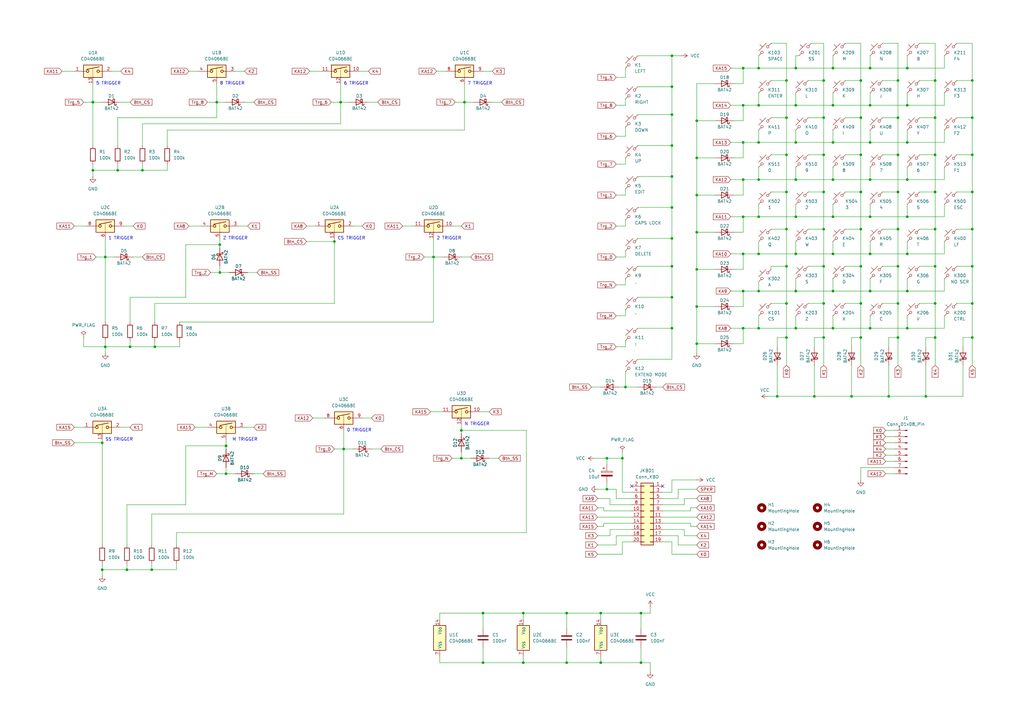
<source format=kicad_sch>
(kicad_sch (version 20231120) (generator "eeschema") (generator_version "8.0")
  (paper "A3")
  (title_block (title "Tastatura pentru Cobra 1") (date "2025-03-21") (rev "01"))
  (lib_symbols
    (symbol "Analog_Switch:CD4066BE"
      (property "Reference" "U" (at -5.08 3.81 0))
      (property "Value" "CD4066BE" (at 7.62 3.81 0))
      (symbol "CD4066BE_1_1"
        (pin bidirectional line (at -7.62 0 0) (length 2.54) (name "~") (number "1"))
        (pin input line (at 0 -5.08 90) (length 2.54) (name "~") (number "13"))
        (pin bidirectional line (at 7.62 0 180) (length 2.54) (name "~") (number "2"))
      )
      (symbol "CD4066BE_2_1"
        (pin bidirectional line (at 7.62 0 180) (length 2.54) (name "~") (number "3"))
        (pin bidirectional line (at -7.62 0 0) (length 2.54) (name "~") (number "4"))
        (pin input line (at 0 -5.08 90) (length 2.54) (name "~") (number "5"))
      )
      (symbol "CD4066BE_3_1"
        (pin input line (at 0 -5.08 90) (length 2.54) (name "~") (number "6"))
        (pin bidirectional line (at -7.62 0 0) (length 2.54) (name "~") (number "8"))
        (pin bidirectional line (at 7.62 0 180) (length 2.54) (name "~") (number "9"))
      )
      (symbol "CD4066BE_4_1"
        (pin bidirectional line (at 7.62 0 180) (length 2.54) (name "~") (number "10"))
        (pin bidirectional line (at -7.62 0 0) (length 2.54) (name "~") (number "11"))
        (pin input line (at 0 -5.08 90) (length 2.54) (name "~") (number "12"))
      )
      (symbol "CD4066BE_5_1"
        (pin power_in line (at 0 7.62 270) (length 2.54) (name "V_{DD}") (number "14"))
        (pin power_in line (at 0 -7.62 90) (length 2.54) (name "V_{SS}") (number "7"))
      )
    )
    (symbol "Connector:Conn_01x08_Pin" (pin_names (offset 1.016) hide)
      (property "Reference" "J" (at 0 10.16 0))
      (property "Value" "Conn_01x08_Pin" (at 0 -12.7 0))
      (symbol "Conn_01x08_Pin_1_1"
        (pin passive line (at 5.08 7.62 180) (length 3.81) (name "Pin_1") (number "1"))
        (pin passive line (at 5.08 5.08 180) (length 3.81) (name "Pin_2") (number "2"))
        (pin passive line (at 5.08 2.54 180) (length 3.81) (name "Pin_3") (number "3"))
        (pin passive line (at 5.08 0 180) (length 3.81) (name "Pin_4") (number "4"))
        (pin passive line (at 5.08 -2.54 180) (length 3.81) (name "Pin_5") (number "5"))
        (pin passive line (at 5.08 -5.08 180) (length 3.81) (name "Pin_6") (number "6"))
        (pin passive line (at 5.08 -7.62 180) (length 3.81) (name "Pin_7") (number "7"))
        (pin passive line (at 5.08 -10.16 180) (length 3.81) (name "Pin_8") (number "8"))
      )
    )
    (symbol "Connector_Generic:Conn_02x10_Odd_Even" (pin_names (offset 1.016) hide)
      (property "Reference" "J" (at 1.27 12.7 0))
      (property "Value" "Conn_02x10_Odd_Even" (at 1.27 -15.24 0))
      (symbol "Conn_02x10_Odd_Even_1_1"
        (pin passive line (at -5.08 10.16 0) (length 3.81) (name "Pin_1") (number "1"))
        (pin passive line (at 7.62 0 180) (length 3.81) (name "Pin_10") (number "10"))
        (pin passive line (at -5.08 -2.54 0) (length 3.81) (name "Pin_11") (number "11"))
        (pin passive line (at 7.62 -2.54 180) (length 3.81) (name "Pin_12") (number "12"))
        (pin passive line (at -5.08 -5.08 0) (length 3.81) (name "Pin_13") (number "13"))
        (pin passive line (at 7.62 -5.08 180) (length 3.81) (name "Pin_14") (number "14"))
        (pin passive line (at -5.08 -7.62 0) (length 3.81) (name "Pin_15") (number "15"))
        (pin passive line (at 7.62 -7.62 180) (length 3.81) (name "Pin_16") (number "16"))
        (pin passive line (at -5.08 -10.16 0) (length 3.81) (name "Pin_17") (number "17"))
        (pin passive line (at 7.62 -10.16 180) (length 3.81) (name "Pin_18") (number "18"))
        (pin passive line (at -5.08 -12.7 0) (length 3.81) (name "Pin_19") (number "19"))
        (pin passive line (at 7.62 10.16 180) (length 3.81) (name "Pin_2") (number "2"))
        (pin passive line (at 7.62 -12.7 180) (length 3.81) (name "Pin_20") (number "20"))
        (pin passive line (at -5.08 7.62 0) (length 3.81) (name "Pin_3") (number "3"))
        (pin passive line (at 7.62 7.62 180) (length 3.81) (name "Pin_4") (number "4"))
        (pin passive line (at -5.08 5.08 0) (length 3.81) (name "Pin_5") (number "5"))
        (pin passive line (at 7.62 5.08 180) (length 3.81) (name "Pin_6") (number "6"))
        (pin passive line (at -5.08 2.54 0) (length 3.81) (name "Pin_7") (number "7"))
        (pin passive line (at 7.62 2.54 180) (length 3.81) (name "Pin_8") (number "8"))
        (pin passive line (at -5.08 0 0) (length 3.81) (name "Pin_9") (number "9"))
      )
    )
    (symbol "Device:C" (pin_numbers hide) (pin_names (offset 0.254))
      (property "Reference" "C" (at 0.635 2.54 0))
      (property "Value" "C" (at 0.635 -2.54 0))
      (symbol "C_1_1"
        (pin passive line (at 0 3.81 270) (length 2.794) (name "~") (number "1"))
        (pin passive line (at 0 -3.81 90) (length 2.794) (name "~") (number "2"))
      )
    )
    (symbol "Device:C_Polarized" (pin_numbers hide) (pin_names (offset 0.254))
      (property "Reference" "C" (at 0.635 2.54 0))
      (property "Value" "C_Polarized" (at 0.635 -2.54 0))
      (symbol "C_Polarized_1_1"
        (pin passive line (at 0 3.81 270) (length 2.794) (name "~") (number "1"))
        (pin passive line (at 0 -3.81 90) (length 2.794) (name "~") (number "2"))
      )
    )
    (symbol "Device:R" (pin_numbers hide) (pin_names (offset 0))
      (property "Reference" "R" (at 2.032 0 90))
      (property "Value" "R" (at 0 0 90))
      (symbol "R_1_1"
        (pin passive line (at 0 3.81 270) (length 1.27) (name "~") (number "1"))
        (pin passive line (at 0 -3.81 90) (length 1.27) (name "~") (number "2"))
      )
    )
    (symbol "Diode:BAT42" (pin_numbers hide) (pin_names (offset 1.016) hide)
      (property "Reference" "D" (at 0 2.54 0))
      (property "Value" "BAT42" (at 0 -2.54 0))
      (symbol "BAT42_1_1"
        (pin passive line (at -3.81 0 0) (length 2.54) (name "K") (number "1"))
        (pin passive line (at 3.81 0 180) (length 2.54) (name "A") (number "2"))
      )
    )
    (symbol "Mechanical:MountingHole" (pin_names (offset 1.016)) (exclude_from_sim yes) (in_bom no)
      (property "Reference" "H" (at 0 5.08 0))
      (property "Value" "MountingHole" (at 0 3.175 0))
    )
    (symbol "PCM_marbastlib-mx:MX_SW_solder" (pin_numbers hide) (pin_names (offset 1.016) hide)
      (property "Reference" "MX" (at 3.048 1.016 0))
      (property "Value" "MX_SW_solder" (at 0 -3.81 0))
      (symbol "MX_SW_solder_0_1"
        (pin passive line (at -2.54 2.54 0) (length 0) (name "1") (number "1"))
        (pin passive line (at 2.54 -2.54 180) (length 0) (name "2") (number "2"))
      )
    )
    (symbol "power:GND" (power) (pin_numbers hide) (pin_names (offset 0) hide)
      (property "Value" "GND" (at 0 -3.81 0))
      (symbol "GND_1_1"
        (pin power_in line (at 0 0 270) (length 0) (name "~") (number "1"))
      )
    )
    (symbol "power:PWR_FLAG" (power) (pin_numbers hide) (pin_names (offset 0) hide)
      (property "Value" "PWR_FLAG" (at 0 3.81 0))
      (symbol "PWR_FLAG_0_0"
        (pin power_out line (at 0 0 90) (length 0) (name "~") (number "1"))
      )
    )
    (symbol "power:VCC" (power) (pin_numbers hide) (pin_names (offset 0) hide)
      (property "Value" "VCC" (at 0 3.556 0))
      (symbol "VCC_1_1"
        (pin power_in line (at 0 0 90) (length 0) (name "~") (number "1"))
      )
    )
  )
  (junction (at 322.58 109.22))
  (junction (at 304.8 43.18))
  (junction (at 337.82 93.98))
  (junction (at 275.59 72.39))
  (junction (at 90.17 100.33))
  (junction (at 139.7 41.91))
  (junction (at 43.18 142.24))
  (junction (at 368.3 33.02))
  (junction (at 304.8 88.9))
  (junction (at 322.58 93.98))
  (junction (at 368.3 109.22))
  (junction (at 58.42 69.85))
  (junction (at 398.78 48.26))
  (junction (at 356.87 73.66))
  (junction (at 92.71 194.31))
  (junction (at 337.82 109.22))
  (junction (at 48.26 69.85))
  (junction (at 334.01 162.56))
  (junction (at 41.91 233.68))
  (junction (at 356.87 27.94))
  (junction (at 311.15 27.94))
  (junction (at 326.39 27.94))
  (junction (at 322.58 124.46))
  (junction (at 311.15 73.66))
  (junction (at 190.5 41.91))
  (junction (at 275.59 46.99))
  (junction (at 88.9 41.91))
  (junction (at 398.78 63.5))
  (junction (at 356.87 119.38))
  (junction (at 90.17 111.76))
  (junction (at 398.78 78.74))
  (junction (at 62.23 233.68))
  (junction (at 198.12 251.46))
  (junction (at 262.89 251.46))
  (junction (at 356.87 88.9))
  (junction (at 398.78 93.98))
  (junction (at 368.3 63.5))
  (junction (at 372.11 134.62))
  (junction (at 177.8 105.41))
  (junction (at 356.87 43.18))
  (junction (at 353.06 33.02))
  (junction (at 398.78 109.22))
  (junction (at 304.8 104.14))
  (junction (at 353.06 63.5))
  (junction (at 311.15 104.14))
  (junction (at 246.38 271.78))
  (junction (at 311.15 119.38))
  (junction (at 326.39 134.62))
  (junction (at 214.63 271.78))
  (junction (at 275.59 85.09))
  (junction (at 304.8 58.42))
  (junction (at 341.63 134.62))
  (junction (at 304.8 134.62))
  (junction (at 322.58 48.26))
  (junction (at 248.92 200.66))
  (junction (at 341.63 88.9))
  (junction (at 214.63 251.46))
  (junction (at 285.75 80.01))
  (junction (at 372.11 27.94))
  (junction (at 341.63 104.14))
  (junction (at 304.8 27.94))
  (junction (at 353.06 109.22))
  (junction (at 232.41 251.46))
  (junction (at 372.11 73.66))
  (junction (at 318.77 162.56))
  (junction (at 353.06 93.98))
  (junction (at 311.15 88.9))
  (junction (at 43.18 105.41))
  (junction (at 398.78 124.46))
  (junction (at 353.06 138.43))
  (junction (at 368.3 93.98))
  (junction (at 383.54 63.5))
  (junction (at 322.58 33.02))
  (junction (at 285.75 95.25))
  (junction (at 368.3 124.46))
  (junction (at 326.39 73.66))
  (junction (at 198.12 271.78))
  (junction (at 322.58 63.5))
  (junction (at 368.3 48.26))
  (junction (at 285.75 140.97))
  (junction (at 356.87 104.14))
  (junction (at 63.5 142.24))
  (junction (at 372.11 43.18))
  (junction (at 304.8 119.38))
  (junction (at 349.25 162.56))
  (junction (at 304.8 73.66))
  (junction (at 285.75 49.53))
  (junction (at 311.15 134.62))
  (junction (at 322.58 138.43))
  (junction (at 255.27 187.96))
  (junction (at 275.59 134.62))
  (junction (at 341.63 119.38))
  (junction (at 275.59 121.92))
  (junction (at 353.06 124.46))
  (junction (at 337.82 48.26))
  (junction (at 322.58 78.74))
  (junction (at 398.78 138.43))
  (junction (at 140.97 184.15))
  (junction (at 285.75 125.73))
  (junction (at 368.3 78.74))
  (junction (at 383.54 33.02))
  (junction (at 356.87 58.42))
  (junction (at 353.06 78.74))
  (junction (at 275.59 59.69))
  (junction (at 353.06 48.26))
  (junction (at 326.39 88.9))
  (junction (at 364.49 162.56))
  (junction (at 326.39 104.14))
  (junction (at 38.1 41.91))
  (junction (at 326.39 58.42))
  (junction (at 311.15 43.18))
  (junction (at 53.34 142.24))
  (junction (at 38.1 69.85))
  (junction (at 341.63 73.66))
  (junction (at 337.82 138.43))
  (junction (at 285.75 110.49))
  (junction (at 372.11 58.42))
  (junction (at 383.54 109.22))
  (junction (at 337.82 124.46))
  (junction (at 189.23 176.53))
  (junction (at 311.15 58.42))
  (junction (at 275.59 109.22))
  (junction (at 256.54 158.75))
  (junction (at 379.73 162.56))
  (junction (at 368.3 138.43))
  (junction (at 232.41 271.78))
  (junction (at 337.82 78.74))
  (junction (at 383.54 78.74))
  (junction (at 246.38 251.46))
  (junction (at 383.54 48.26))
  (junction (at 248.92 187.96))
  (junction (at 326.39 119.38))
  (junction (at 337.82 63.5))
  (junction (at 372.11 88.9))
  (junction (at 275.59 35.56))
  (junction (at 189.23 187.96))
  (junction (at 285.75 64.77))
  (junction (at 341.63 58.42))
  (junction (at 383.54 138.43))
  (junction (at 398.78 33.02))
  (junction (at 262.89 271.78))
  (junction (at 275.59 22.86))
  (junction (at 383.54 124.46))
  (junction (at 137.16 99.06))
  (junction (at 341.63 27.94))
  (junction (at 372.11 119.38))
  (junction (at 383.54 93.98))
  (junction (at 337.82 33.02))
  (junction (at 326.39 43.18))
  (junction (at 356.87 134.62))
  (junction (at 372.11 104.14))
  (junction (at 341.63 43.18))
  (junction (at 52.07 233.68))
  (junction (at 275.59 97.79))
  (junction (at 41.91 181.61))
  (junction (at 92.71 182.88))
  (no_connect (at 259.08 199.39))
  (no_connect (at 271.78 199.39))
  (wire (pts (xy 299.72 119.38) (xy 304.8 119.38)))
  (wire (pts (xy 326.39 114.3) (xy 326.39 119.38)))
  (wire (pts (xy 285.75 95.25) (xy 285.75 110.49)))
  (wire (pts (xy 266.7 271.78) (xy 266.7 275.59)))
  (wire (pts (xy 41.91 180.34) (xy 41.91 181.61)))
  (wire (pts (xy 25.4 29.21) (xy 30.48 29.21)))
  (wire (pts (xy 139.7 41.91) (xy 139.7 50.8)))
  (wire (pts (xy 372.11 73.66) (xy 372.11 68.58)))
  (wire (pts (xy 299.72 88.9) (xy 304.8 88.9)))
  (wire (pts (xy 256.54 102.87) (xy 256.54 105.41)))
  (wire (pts (xy 90.17 100.33) (xy 76.2 100.33)))
  (wire (pts (xy 53.34 142.24) (xy 63.5 142.24)))
  (wire (pts (xy 278.13 219.71) (xy 271.78 219.71)))
  (wire (pts (xy 341.63 119.38) (xy 356.87 119.38)))
  (wire (pts (xy 54.61 105.41) (xy 58.42 105.41)))
  (wire (pts (xy 246.38 251.46) (xy 262.89 251.46)))
  (wire (pts (xy 363.22 179.07) (xy 367.03 179.07)))
  (wire (pts (xy 316.23 109.22) (xy 316.23 110.49)))
  (wire (pts (xy 304.8 134.62) (xy 304.8 140.97)))
  (wire (pts (xy 198.12 271.78) (xy 180.34 271.78)))
  (wire (pts (xy 372.11 134.62) (xy 387.35 134.62)))
  (wire (pts (xy 356.87 53.34) (xy 356.87 58.42)))
  (wire (pts (xy 353.06 63.5) (xy 353.06 78.74)))
  (wire (pts (xy 383.54 78.74) (xy 383.54 93.98)))
  (wire (pts (xy 331.47 63.5) (xy 337.82 63.5)))
  (wire (pts (xy 198.12 251.46) (xy 214.63 251.46)))
  (wire (pts (xy 198.12 265.43) (xy 198.12 271.78)))
  (wire (pts (xy 304.8 88.9) (xy 311.15 88.9)))
  (wire (pts (xy 279.4 22.86) (xy 275.59 22.86)))
  (wire (pts (xy 198.12 251.46) (xy 198.12 257.81)))
  (wire (pts (xy 275.59 35.56) (xy 275.59 22.86)))
  (wire (pts (xy 190.5 41.91) (xy 194.31 41.91)))
  (wire (pts (xy 38.1 67.31) (xy 38.1 69.85)))
  (wire (pts (xy 364.49 138.43) (xy 368.3 138.43)))
  (wire (pts (xy 250.19 204.47) (xy 250.19 207.01)))
  (wire (pts (xy 392.43 48.26) (xy 398.78 48.26)))
  (wire (pts (xy 372.11 22.86) (xy 372.11 27.94)))
  (wire (pts (xy 245.11 208.28) (xy 247.65 208.28)))
  (wire (pts (xy 250.19 207.01) (xy 259.08 207.01)))
  (wire (pts (xy 53.34 142.24) (xy 53.34 139.7)))
  (wire (pts (xy 285.75 49.53) (xy 285.75 64.77)))
  (wire (pts (xy 349.25 142.24) (xy 349.25 138.43)))
  (wire (pts (xy 256.54 105.41) (xy 252.73 105.41)))
  (wire (pts (xy 30.48 175.26) (xy 34.29 175.26)))
  (wire (pts (xy 316.23 63.5) (xy 322.58 63.5)))
  (wire (pts (xy 394.97 142.24) (xy 394.97 138.43)))
  (wire (pts (xy 316.23 48.26) (xy 322.58 48.26)))
  (wire (pts (xy 190.5 53.34) (xy 68.58 53.34)))
  (wire (pts (xy 326.39 104.14) (xy 341.63 104.14)))
  (wire (pts (xy 337.82 48.26) (xy 337.82 63.5)))
  (wire (pts (xy 232.41 271.78) (xy 246.38 271.78)))
  (wire (pts (xy 137.16 99.06) (xy 137.16 124.46)))
  (wire (pts (xy 383.54 138.43) (xy 383.54 149.86)))
  (wire (pts (xy 285.75 64.77) (xy 285.75 80.01)))
  (wire (pts (xy 361.95 33.02) (xy 368.3 33.02)))
  (wire (pts (xy 364.49 149.86) (xy 364.49 162.56)))
  (wire (pts (xy 311.15 53.34) (xy 311.15 58.42)))
  (wire (pts (xy 285.75 34.29) (xy 285.75 49.53)))
  (wire (pts (xy 58.42 69.85) (xy 68.58 69.85)))
  (wire (pts (xy 76.2 100.33) (xy 76.2 121.92)))
  (wire (pts (xy 361.95 17.78) (xy 368.3 17.78)))
  (wire (pts (xy 316.23 78.74) (xy 322.58 78.74)))
  (wire (pts (xy 275.59 46.99) (xy 275.59 59.69)))
  (wire (pts (xy 283.21 208.28) (xy 283.21 209.55)))
  (wire (pts (xy 72.39 233.68) (xy 72.39 231.14)))
  (wire (pts (xy 337.82 33.02) (xy 337.82 48.26)))
  (wire (pts (xy 377.19 17.78) (xy 383.54 17.78)))
  (wire (pts (xy 256.54 31.75) (xy 252.73 31.75)))
  (wire (pts (xy 135.89 41.91) (xy 139.7 41.91)))
  (wire (pts (xy 372.11 88.9) (xy 387.35 88.9)))
  (wire (pts (xy 341.63 22.86) (xy 341.63 27.94)))
  (wire (pts (xy 398.78 138.43) (xy 398.78 149.86)))
  (wire (pts (xy 254 158.75) (xy 256.54 158.75)))
  (wire (pts (xy 398.78 33.02) (xy 398.78 48.26)))
  (wire (pts (xy 256.54 55.88) (xy 252.73 55.88)))
  (wire (pts (xy 326.39 119.38) (xy 341.63 119.38)))
  (wire (pts (xy 278.13 223.52) (xy 278.13 219.71)))
  (wire (pts (xy 331.47 93.98) (xy 337.82 93.98)))
  (wire (pts (xy 269.24 158.75) (xy 271.78 158.75)))
  (wire (pts (xy 214.63 269.24) (xy 214.63 271.78)))
  (wire (pts (xy 104.14 194.31) (xy 107.95 194.31)))
  (wire (pts (xy 62.23 231.14) (xy 62.23 233.68)))
  (wire (pts (xy 275.59 227.33) (xy 285.75 227.33)))
  (wire (pts (xy 356.87 88.9) (xy 372.11 88.9)))
  (wire (pts (xy 353.06 109.22) (xy 353.06 124.46)))
  (wire (pts (xy 266.7 248.92) (xy 266.7 251.46)))
  (wire (pts (xy 77.47 29.21) (xy 81.28 29.21)))
  (wire (pts (xy 179.07 29.21) (xy 182.88 29.21)))
  (wire (pts (xy 63.5 124.46) (xy 137.16 124.46)))
  (wire (pts (xy 387.35 73.66) (xy 387.35 68.58)))
  (wire (pts (xy 283.21 214.63) (xy 271.78 214.63)))
  (wire (pts (xy 346.71 93.98) (xy 353.06 93.98)))
  (wire (pts (xy 322.58 17.78) (xy 322.58 33.02)))
  (wire (pts (xy 346.71 78.74) (xy 353.06 78.74)))
  (wire (pts (xy 387.35 83.82) (xy 387.35 88.9)))
  (wire (pts (xy 383.54 48.26) (xy 383.54 63.5)))
  (wire (pts (xy 398.78 124.46) (xy 398.78 138.43)))
  (wire (pts (xy 256.54 67.31) (xy 252.73 67.31)))
  (wire (pts (xy 43.18 105.41) (xy 43.18 97.79)))
  (wire (pts (xy 356.87 129.54) (xy 356.87 134.62)))
  (wire (pts (xy 285.75 223.52) (xy 278.13 223.52)))
  (wire (pts (xy 392.43 17.78) (xy 398.78 17.78)))
  (wire (pts (xy 363.22 184.15) (xy 367.03 184.15)))
  (wire (pts (xy 38.1 41.91) (xy 38.1 59.69)))
  (wire (pts (xy 275.59 201.93) (xy 275.59 196.85)))
  (wire (pts (xy 177.8 105.41) (xy 181.61 105.41)))
  (wire (pts (xy 304.8 73.66) (xy 311.15 73.66)))
  (wire (pts (xy 198.12 271.78) (xy 214.63 271.78)))
  (wire (pts (xy 346.71 63.5) (xy 353.06 63.5)))
  (wire (pts (xy 125.73 92.71) (xy 129.54 92.71)))
  (wire (pts (xy 326.39 22.86) (xy 326.39 27.94)))
  (wire (pts (xy 256.54 92.71) (xy 252.73 92.71)))
  (wire (pts (xy 311.15 58.42) (xy 326.39 58.42)))
  (wire (pts (xy 353.06 191.77) (xy 367.03 191.77)))
  (wire (pts (xy 280.67 204.47) (xy 280.67 207.01)))
  (wire (pts (xy 383.54 63.5) (xy 383.54 78.74)))
  (wire (pts (xy 331.47 33.02) (xy 337.82 33.02)))
  (wire (pts (xy 185.42 92.71) (xy 189.23 92.71)))
  (wire (pts (xy 245.11 212.09) (xy 259.08 212.09)))
  (wire (pts (xy 41.91 181.61) (xy 41.91 223.52)))
  (wire (pts (xy 140.97 184.15) (xy 144.78 184.15)))
  (wire (pts (xy 248.92 200.66) (xy 245.11 200.66)))
  (wire (pts (xy 246.38 251.46) (xy 246.38 254)))
  (wire (pts (xy 311.15 38.1) (xy 311.15 43.18)))
  (wire (pts (xy 353.06 78.74) (xy 353.06 93.98)))
  (wire (pts (xy 275.59 109.22) (xy 275.59 121.92)))
  (wire (pts (xy 377.19 63.5) (xy 383.54 63.5)))
  (wire (pts (xy 285.75 110.49) (xy 285.75 125.73)))
  (wire (pts (xy 361.95 109.22) (xy 368.3 109.22)))
  (wire (pts (xy 377.19 33.02) (xy 383.54 33.02)))
  (wire (pts (xy 398.78 17.78) (xy 398.78 33.02)))
  (wire (pts (xy 198.12 29.21) (xy 201.93 29.21)))
  (wire (pts (xy 372.11 58.42) (xy 372.11 53.34)))
  (wire (pts (xy 242.57 158.75) (xy 246.38 158.75)))
  (wire (pts (xy 383.54 109.22) (xy 383.54 124.46)))
  (wire (pts (xy 275.59 134.62) (xy 275.59 147.32)))
  (wire (pts (xy 259.08 201.93) (xy 255.27 201.93)))
  (wire (pts (xy 356.87 83.82) (xy 356.87 88.9)))
  (wire (pts (xy 326.39 83.82) (xy 326.39 88.9)))
  (wire (pts (xy 304.8 104.14) (xy 304.8 110.49)))
  (wire (pts (xy 250.19 219.71) (xy 245.11 219.71)))
  (wire (pts (xy 256.54 127) (xy 256.54 129.54)))
  (wire (pts (xy 185.42 187.96) (xy 189.23 187.96)))
  (wire (pts (xy 173.99 105.41) (xy 177.8 105.41)))
  (wire (pts (xy 92.71 194.31) (xy 96.52 194.31)))
  (wire (pts (xy 285.75 80.01) (xy 293.37 80.01)))
  (wire (pts (xy 372.11 83.82) (xy 372.11 88.9)))
  (wire (pts (xy 189.23 176.53) (xy 189.23 177.8)))
  (wire (pts (xy 361.95 93.98) (xy 368.3 93.98)))
  (wire (pts (xy 62.23 210.82) (xy 140.97 210.82)))
  (wire (pts (xy 392.43 78.74) (xy 398.78 78.74)))
  (wire (pts (xy 76.2 182.88) (xy 92.71 182.88)))
  (wire (pts (xy 285.75 125.73) (xy 285.75 140.97)))
  (wire (pts (xy 285.75 200.66) (xy 278.13 200.66)))
  (wire (pts (xy 341.63 38.1) (xy 341.63 43.18)))
  (wire (pts (xy 43.18 105.41) (xy 43.18 132.08)))
  (wire (pts (xy 337.82 124.46) (xy 337.82 138.43)))
  (wire (pts (xy 275.59 196.85) (xy 285.75 196.85)))
  (wire (pts (xy 372.11 104.14) (xy 387.35 104.14)))
  (wire (pts (xy 247.65 215.9) (xy 247.65 214.63)))
  (wire (pts (xy 361.95 63.5) (xy 368.3 63.5)))
  (wire (pts (xy 38.1 41.91) (xy 41.91 41.91)))
  (wire (pts (xy 256.54 27.94) (xy 256.54 31.75)))
  (wire (pts (xy 285.75 212.09) (xy 271.78 212.09)))
  (wire (pts (xy 77.47 92.71) (xy 82.55 92.71)))
  (wire (pts (xy 322.58 93.98) (xy 322.58 109.22)))
  (wire (pts (xy 261.62 59.69) (xy 275.59 59.69)))
  (wire (pts (xy 334.01 142.24) (xy 334.01 138.43)))
  (wire (pts (xy 128.27 171.45) (xy 133.35 171.45)))
  (wire (pts (xy 261.62 134.62) (xy 275.59 134.62)))
  (wire (pts (xy 300.99 64.77) (xy 304.8 64.77)))
  (wire (pts (xy 304.8 104.14) (xy 311.15 104.14)))
  (wire (pts (xy 363.22 176.53) (xy 367.03 176.53)))
  (wire (pts (xy 58.42 50.8) (xy 58.42 59.69)))
  (wire (pts (xy 245.11 227.33) (xy 255.27 227.33)))
  (wire (pts (xy 318.77 149.86) (xy 318.77 162.56)))
  (wire (pts (xy 90.17 109.22) (xy 90.17 111.76)))
  (wire (pts (xy 311.15 88.9) (xy 326.39 88.9)))
  (wire (pts (xy 245.11 215.9) (xy 247.65 215.9)))
  (wire (pts (xy 250.19 217.17) (xy 250.19 219.71)))
  (wire (pts (xy 398.78 63.5) (xy 398.78 78.74)))
  (wire (pts (xy 245.11 204.47) (xy 250.19 204.47)))
  (wire (pts (xy 278.13 200.66) (xy 278.13 204.47)))
  (wire (pts (xy 48.26 69.85) (xy 48.26 67.31)))
  (wire (pts (xy 372.11 119.38) (xy 387.35 119.38)))
  (wire (pts (xy 326.39 129.54) (xy 326.39 134.62)))
  (wire (pts (xy 316.23 17.78) (xy 322.58 17.78)))
  (wire (pts (xy 256.54 43.18) (xy 252.73 43.18)))
  (wire (pts (xy 337.82 138.43) (xy 337.82 149.86)))
  (wire (pts (xy 280.67 219.71) (xy 285.75 219.71)))
  (wire (pts (xy 248.92 187.96) (xy 243.84 187.96)))
  (wire (pts (xy 304.8 43.18) (xy 304.8 49.53)))
  (wire (pts (xy 190.5 41.91) (xy 190.5 34.29)))
  (wire (pts (xy 356.87 73.66) (xy 372.11 73.66)))
  (wire (pts (xy 261.62 109.22) (xy 275.59 109.22)))
  (wire (pts (xy 76.2 207.01) (xy 52.07 207.01)))
  (wire (pts (xy 300.99 110.49) (xy 304.8 110.49)))
  (wire (pts (xy 285.75 215.9) (xy 283.21 215.9)))
  (wire (pts (xy 261.62 72.39) (xy 275.59 72.39)))
  (wire (pts (xy 285.75 64.77) (xy 293.37 64.77)))
  (wire (pts (xy 300.99 80.01) (xy 304.8 80.01)))
  (wire (pts (xy 337.82 63.5) (xy 337.82 78.74)))
  (wire (pts (xy 92.71 191.77) (xy 92.71 194.31)))
  (wire (pts (xy 341.63 104.14) (xy 356.87 104.14)))
  (wire (pts (xy 275.59 72.39) (xy 275.59 85.09)))
  (wire (pts (xy 125.73 99.06) (xy 137.16 99.06)))
  (wire (pts (xy 180.34 251.46) (xy 198.12 251.46)))
  (wire (pts (xy 353.06 124.46) (xy 353.06 138.43)))
  (wire (pts (xy 262.89 251.46) (xy 262.89 257.81)))
  (wire (pts (xy 76.2 121.92) (xy 53.34 121.92)))
  (wire (pts (xy 252.73 223.52) (xy 252.73 219.71)))
  (wire (pts (xy 304.8 27.94) (xy 304.8 34.29)))
  (wire (pts (xy 314.96 162.56) (xy 318.77 162.56)))
  (wire (pts (xy 256.54 129.54) (xy 252.73 129.54)))
  (wire (pts (xy 30.48 92.71) (xy 35.56 92.71)))
  (wire (pts (xy 34.29 41.91) (xy 38.1 41.91)))
  (wire (pts (xy 271.78 217.17) (xy 280.67 217.17)))
  (wire (pts (xy 326.39 68.58) (xy 326.39 73.66)))
  (wire (pts (xy 363.22 194.31) (xy 367.03 194.31)))
  (wire (pts (xy 356.87 22.86) (xy 356.87 27.94)))
  (wire (pts (xy 299.72 134.62) (xy 304.8 134.62)))
  (wire (pts (xy 392.43 63.5) (xy 398.78 63.5)))
  (wire (pts (xy 364.49 162.56) (xy 379.73 162.56)))
  (wire (pts (xy 73.66 142.24) (xy 73.66 139.7)))
  (wire (pts (xy 285.75 204.47) (xy 280.67 204.47)))
  (wire (pts (xy 368.3 48.26) (xy 368.3 63.5)))
  (wire (pts (xy 68.58 53.34) (xy 68.58 59.69)))
  (wire (pts (xy 88.9 194.31) (xy 92.71 194.31)))
  (wire (pts (xy 349.25 138.43) (xy 353.06 138.43)))
  (wire (pts (xy 165.1 92.71) (xy 170.18 92.71)))
  (wire (pts (xy 316.23 109.22) (xy 322.58 109.22)))
  (wire (pts (xy 322.58 124.46) (xy 322.58 138.43)))
  (wire (pts (xy 214.63 254) (xy 214.63 251.46)))
  (wire (pts (xy 398.78 93.98) (xy 398.78 109.22)))
  (wire (pts (xy 285.75 49.53) (xy 293.37 49.53)))
  (wire (pts (xy 144.78 92.71) (xy 148.59 92.71)))
  (wire (pts (xy 256.54 77.47) (xy 256.54 80.01)))
  (wire (pts (xy 368.3 33.02) (xy 368.3 48.26)))
  (wire (pts (xy 334.01 138.43) (xy 337.82 138.43)))
  (wire (pts (xy 363.22 189.23) (xy 367.03 189.23)))
  (wire (pts (xy 41.91 233.68) (xy 52.07 233.68)))
  (wire (pts (xy 398.78 78.74) (xy 398.78 93.98)))
  (wire (pts (xy 100.33 41.91) (xy 104.14 41.91)))
  (wire (pts (xy 326.39 73.66) (xy 341.63 73.66)))
  (wire (pts (xy 30.48 181.61) (xy 41.91 181.61)))
  (wire (pts (xy 147.32 29.21) (xy 151.13 29.21)))
  (wire (pts (xy 189.23 173.99) (xy 189.23 176.53)))
  (wire (pts (xy 377.19 78.74) (xy 383.54 78.74)))
  (wire (pts (xy 398.78 109.22) (xy 398.78 124.46)))
  (wire (pts (xy 261.62 147.32) (xy 275.59 147.32)))
  (wire (pts (xy 76.2 182.88) (xy 76.2 207.01)))
  (wire (pts (xy 346.71 109.22) (xy 353.06 109.22)))
  (wire (pts (xy 176.53 168.91) (xy 181.61 168.91)))
  (wire (pts (xy 379.73 149.86) (xy 379.73 162.56)))
  (wire (pts (xy 356.87 119.38) (xy 372.11 119.38)))
  (wire (pts (xy 311.15 27.94) (xy 326.39 27.94)))
  (wire (pts (xy 341.63 43.18) (xy 356.87 43.18)))
  (wire (pts (xy 48.26 48.26) (xy 48.26 59.69)))
  (wire (pts (xy 383.54 33.02) (xy 383.54 48.26)))
  (wire (pts (xy 379.73 142.24) (xy 379.73 138.43)))
  (wire (pts (xy 256.54 142.24) (xy 252.73 142.24)))
  (wire (pts (xy 372.11 73.66) (xy 387.35 73.66)))
  (wire (pts (xy 49.53 175.26) (xy 53.34 175.26)))
  (wire (pts (xy 247.65 209.55) (xy 259.08 209.55)))
  (wire (pts (xy 256.54 158.75) (xy 261.62 158.75)))
  (wire (pts (xy 255.27 187.96) (xy 248.92 187.96)))
  (wire (pts (xy 52.07 233.68) (xy 52.07 231.14)))
  (wire (pts (xy 49.53 41.91) (xy 53.34 41.91)))
  (wire (pts (xy 43.18 142.24) (xy 43.18 144.78)))
  (wire (pts (xy 311.15 68.58) (xy 311.15 73.66)))
  (wire (pts (xy 300.99 95.25) (xy 304.8 95.25)))
  (wire (pts (xy 63.5 142.24) (xy 73.66 142.24)))
  (wire (pts (xy 356.87 114.3) (xy 356.87 119.38)))
  (wire (pts (xy 372.11 58.42) (xy 387.35 58.42)))
  (wire (pts (xy 383.54 124.46) (xy 383.54 138.43)))
  (wire (pts (xy 346.71 124.46) (xy 353.06 124.46)))
  (wire (pts (xy 275.59 59.69) (xy 275.59 72.39)))
  (wire (pts (xy 368.3 124.46) (xy 368.3 138.43)))
  (wire (pts (xy 275.59 121.92) (xy 275.59 134.62)))
  (wire (pts (xy 275.59 222.25) (xy 275.59 227.33)))
  (wire (pts (xy 304.8 58.42) (xy 304.8 64.77)))
  (wire (pts (xy 341.63 134.62) (xy 356.87 134.62)))
  (wire (pts (xy 285.75 80.01) (xy 285.75 95.25)))
  (wire (pts (xy 318.77 142.24) (xy 318.77 138.43)))
  (wire (pts (xy 331.47 48.26) (xy 337.82 48.26)))
  (wire (pts (xy 299.72 58.42) (xy 304.8 58.42)))
  (wire (pts (xy 368.3 93.98) (xy 368.3 109.22)))
  (wire (pts (xy 245.11 223.52) (xy 252.73 223.52)))
  (wire (pts (xy 368.3 63.5) (xy 368.3 78.74)))
  (wire (pts (xy 332.74 17.78) (xy 337.82 17.78)))
  (wire (pts (xy 334.01 162.56) (xy 349.25 162.56)))
  (wire (pts (xy 387.35 22.86) (xy 387.35 27.94)))
  (wire (pts (xy 304.8 119.38) (xy 311.15 119.38)))
  (wire (pts (xy 311.15 73.66) (xy 326.39 73.66)))
  (wire (pts (xy 86.36 111.76) (xy 90.17 111.76)))
  (wire (pts (xy 256.54 90.17) (xy 256.54 92.71)))
  (wire (pts (xy 356.87 43.18) (xy 372.11 43.18)))
  (wire (pts (xy 43.18 139.7) (xy 43.18 142.24)))
  (wire (pts (xy 92.71 180.34) (xy 92.71 182.88)))
  (wire (pts (xy 331.47 78.74) (xy 337.82 78.74)))
  (wire (pts (xy 255.27 222.25) (xy 259.08 222.25)))
  (wire (pts (xy 326.39 134.62) (xy 341.63 134.62)))
  (wire (pts (xy 255.27 227.33) (xy 255.27 222.25)))
  (wire (pts (xy 261.62 121.92) (xy 275.59 121.92)))
  (wire (pts (xy 387.35 104.14) (xy 387.35 99.06)))
  (wire (pts (xy 256.54 114.3) (xy 256.54 116.84)))
  (wire (pts (xy 261.62 97.79) (xy 275.59 97.79)))
  (wire (pts (xy 285.75 125.73) (xy 293.37 125.73)))
  (wire (pts (xy 311.15 115.57) (xy 311.15 119.38)))
  (wire (pts (xy 137.16 184.15) (xy 140.97 184.15)))
  (wire (pts (xy 139.7 50.8) (xy 58.42 50.8)))
  (wire (pts (xy 304.8 119.38) (xy 304.8 125.73)))
  (wire (pts (xy 353.06 33.02) (xy 353.06 48.26)))
  (wire (pts (xy 368.3 17.78) (xy 368.3 33.02)))
  (wire (pts (xy 361.95 124.46) (xy 368.3 124.46)))
  (wire (pts (xy 41.91 231.14) (xy 41.91 233.68)))
  (wire (pts (xy 341.63 129.54) (xy 341.63 134.62)))
  (wire (pts (xy 383.54 93.98) (xy 383.54 109.22)))
  (wire (pts (xy 387.35 58.42) (xy 387.35 53.34)))
  (wire (pts (xy 372.11 119.38) (xy 372.11 114.3)))
  (wire (pts (xy 214.63 251.46) (xy 232.41 251.46)))
  (wire (pts (xy 96.52 29.21) (xy 100.33 29.21)))
  (wire (pts (xy 349.25 162.56) (xy 364.49 162.56)))
  (wire (pts (xy 189.23 187.96) (xy 193.04 187.96)))
  (wire (pts (xy 372.11 43.18) (xy 372.11 38.1)))
  (wire (pts (xy 252.73 200.66) (xy 248.92 200.66)))
  (wire (pts (xy 180.34 251.46) (xy 180.34 254)))
  (wire (pts (xy 177.8 105.41) (xy 177.8 132.08)))
  (wire (pts (xy 68.58 69.85) (xy 68.58 67.31)))
  (wire (pts (xy 353.06 138.43) (xy 353.06 149.86)))
  (wire (pts (xy 256.54 139.7) (xy 256.54 142.24)))
  (wire (pts (xy 53.34 121.92) (xy 53.34 132.08)))
  (wire (pts (xy 379.73 138.43) (xy 383.54 138.43)))
  (wire (pts (xy 280.67 207.01) (xy 271.78 207.01)))
  (wire (pts (xy 322.58 138.43) (xy 322.58 149.86)))
  (wire (pts (xy 398.78 48.26) (xy 398.78 63.5)))
  (wire (pts (xy 255.27 187.96) (xy 255.27 185.42)))
  (wire (pts (xy 311.15 83.82) (xy 311.15 88.9)))
  (wire (pts (xy 326.39 38.1) (xy 326.39 43.18)))
  (wire (pts (xy 349.25 149.86) (xy 349.25 162.56)))
  (wire (pts (xy 186.69 41.91) (xy 190.5 41.91)))
  (wire (pts (xy 256.54 40.64) (xy 256.54 43.18)))
  (wire (pts (xy 285.75 140.97) (xy 293.37 140.97)))
  (wire (pts (xy 392.43 93.98) (xy 398.78 93.98)))
  (wire (pts (xy 387.35 119.38) (xy 387.35 114.3)))
  (wire (pts (xy 283.21 215.9) (xy 283.21 214.63)))
  (wire (pts (xy 63.5 132.08) (xy 63.5 124.46)))
  (wire (pts (xy 326.39 27.94) (xy 341.63 27.94)))
  (wire (pts (xy 368.3 78.74) (xy 368.3 93.98)))
  (wire (pts (xy 341.63 88.9) (xy 356.87 88.9)))
  (wire (pts (xy 152.4 184.15) (xy 156.21 184.15)))
  (wire (pts (xy 372.11 43.18) (xy 387.35 43.18)))
  (wire (pts (xy 299.72 27.94) (xy 304.8 27.94)))
  (wire (pts (xy 280.67 217.17) (xy 280.67 219.71)))
  (wire (pts (xy 311.15 129.54) (xy 311.15 134.62)))
  (wire (pts (xy 341.63 68.58) (xy 341.63 73.66)))
  (wire (pts (xy 285.75 144.78) (xy 285.75 140.97)))
  (wire (pts (xy 322.58 109.22) (xy 322.58 124.46)))
  (wire (pts (xy 137.16 97.79) (xy 137.16 99.06)))
  (wire (pts (xy 39.37 105.41) (xy 43.18 105.41)))
  (wire (pts (xy 318.77 138.43) (xy 322.58 138.43)))
  (wire (pts (xy 285.75 208.28) (xy 283.21 208.28)))
  (wire (pts (xy 356.87 27.94) (xy 372.11 27.94)))
  (wire (pts (xy 261.62 22.86) (xy 275.59 22.86)))
  (wire (pts (xy 38.1 69.85) (xy 38.1 72.39)))
  (wire (pts (xy 62.23 233.68) (xy 72.39 233.68)))
  (wire (pts (xy 90.17 97.79) (xy 90.17 100.33)))
  (wire (pts (xy 215.9 176.53) (xy 215.9 218.44)))
  (wire (pts (xy 326.39 43.18) (xy 341.63 43.18)))
  (wire (pts (xy 285.75 34.29) (xy 293.37 34.29)))
  (wire (pts (xy 41.91 233.68) (xy 41.91 236.22)))
  (wire (pts (xy 261.62 85.09) (xy 275.59 85.09)))
  (wire (pts (xy 377.19 48.26) (xy 383.54 48.26)))
  (wire (pts (xy 341.63 99.06) (xy 341.63 104.14)))
  (wire (pts (xy 316.23 93.98) (xy 322.58 93.98)))
  (wire (pts (xy 392.43 109.22) (xy 398.78 109.22)))
  (wire (pts (xy 394.97 138.43) (xy 398.78 138.43)))
  (wire (pts (xy 189.23 185.42) (xy 189.23 187.96)))
  (wire (pts (xy 311.15 43.18) (xy 326.39 43.18)))
  (wire (pts (xy 189.23 105.41) (xy 193.04 105.41)))
  (wire (pts (xy 262.89 251.46) (xy 266.7 251.46)))
  (wire (pts (xy 214.63 271.78) (xy 232.41 271.78)))
  (wire (pts (xy 127 29.21) (xy 132.08 29.21)))
  (wire (pts (xy 52.07 207.01) (xy 52.07 223.52)))
  (wire (pts (xy 337.82 109.22) (xy 337.82 124.46)))
  (wire (pts (xy 337.82 109.22) (xy 331.47 109.22)))
  (wire (pts (xy 379.73 162.56) (xy 394.97 162.56)))
  (wire (pts (xy 322.58 33.02) (xy 322.58 48.26)))
  (wire (pts (xy 341.63 27.94) (xy 356.87 27.94)))
  (wire (pts (xy 299.72 104.14) (xy 304.8 104.14)))
  (wire (pts (xy 356.87 68.58) (xy 356.87 73.66)))
  (wire (pts (xy 38.1 41.91) (xy 38.1 34.29)))
  (wire (pts (xy 278.13 204.47) (xy 271.78 204.47)))
  (wire (pts (xy 299.72 43.18) (xy 304.8 43.18)))
  (wire (pts (xy 311.15 134.62) (xy 326.39 134.62)))
  (wire (pts (xy 341.63 58.42) (xy 356.87 58.42)))
  (wire (pts (xy 246.38 271.78) (xy 262.89 271.78)))
  (wire (pts (xy 337.82 17.78) (xy 337.82 33.02)))
  (wire (pts (xy 232.41 251.46) (xy 246.38 251.46)))
  (wire (pts (xy 341.63 53.34) (xy 341.63 58.42)))
  (wire (pts (xy 201.93 41.91) (xy 205.74 41.91)))
  (wire (pts (xy 334.01 149.86) (xy 334.01 162.56)))
  (wire (pts (xy 200.66 187.96) (xy 204.47 187.96)))
  (wire (pts (xy 300.99 140.97) (xy 304.8 140.97)))
  (wire (pts (xy 392.43 33.02) (xy 398.78 33.02)))
  (wire (pts (xy 353.06 93.98) (xy 353.06 109.22)))
  (wire (pts (xy 300.99 34.29) (xy 304.8 34.29)))
  (wire (pts (xy 101.6 111.76) (xy 105.41 111.76)))
  (wire (pts (xy 311.15 22.86) (xy 311.15 27.94)))
  (wire (pts (xy 311.15 119.38) (xy 326.39 119.38)))
  (wire (pts (xy 311.15 104.14) (xy 326.39 104.14)))
  (wire (pts (xy 318.77 162.56) (xy 334.01 162.56)))
  (wire (pts (xy 356.87 134.62) (xy 372.11 134.62)))
  (wire (pts (xy 377.19 124.46) (xy 383.54 124.46)))
  (wire (pts (xy 372.11 129.54) (xy 372.11 134.62)))
  (wire (pts (xy 364.49 142.24) (xy 364.49 138.43)))
  (wire (pts (xy 38.1 69.85) (xy 48.26 69.85)))
  (wire (pts (xy 300.99 49.53) (xy 304.8 49.53)))
  (wire (pts (xy 275.59 97.79) (xy 275.59 109.22)))
  (wire (pts (xy 34.29 138.43) (xy 34.29 142.24)))
  (wire (pts (xy 248.92 198.12) (xy 248.92 200.66)))
  (wire (pts (xy 189.23 176.53) (xy 215.9 176.53)))
  (wire (pts (xy 50.8 92.71) (xy 54.61 92.71)))
  (wire (pts (xy 356.87 104.14) (xy 372.11 104.14)))
  (wire (pts (xy 383.54 17.78) (xy 383.54 33.02)))
  (wire (pts (xy 271.78 222.25) (xy 275.59 222.25)))
  (wire (pts (xy 88.9 48.26) (xy 48.26 48.26)))
  (wire (pts (xy 90.17 111.76) (xy 93.98 111.76)))
  (wire (pts (xy 252.73 219.71) (xy 259.08 219.71)))
  (wire (pts (xy 311.15 99.06) (xy 311.15 104.14)))
  (wire (pts (xy 283.21 209.55) (xy 271.78 209.55)))
  (wire (pts (xy 232.41 251.46) (xy 232.41 257.81)))
  (wire (pts (xy 34.29 142.24) (xy 43.18 142.24)))
  (wire (pts (xy 356.87 58.42) (xy 372.11 58.42)))
  (wire (pts (xy 304.8 58.42) (xy 311.15 58.42)))
  (wire (pts (xy 256.54 152.4) (xy 256.54 158.75)))
  (wire (pts (xy 356.87 38.1) (xy 356.87 43.18)))
  (wire (pts (xy 300.99 125.73) (xy 304.8 125.73)))
  (wire (pts (xy 387.35 129.54) (xy 387.35 134.62)))
  (wire (pts (xy 363.22 186.69) (xy 367.03 186.69)))
  (wire (pts (xy 215.9 218.44) (xy 72.39 218.44)))
  (wire (pts (xy 177.8 105.41) (xy 177.8 97.79)))
  (wire (pts (xy 322.58 48.26) (xy 322.58 63.5)))
  (wire (pts (xy 52.07 233.68) (xy 62.23 233.68)))
  (wire (pts (xy 271.78 201.93) (xy 275.59 201.93)))
  (wire (pts (xy 285.75 110.49) (xy 293.37 110.49)))
  (wire (pts (xy 368.3 138.43) (xy 368.3 149.86)))
  (wire (pts (xy 356.87 99.06) (xy 356.87 104.14)))
  (wire (pts (xy 256.54 80.01) (xy 252.73 80.01)))
  (wire (pts (xy 326.39 53.34) (xy 326.39 58.42)))
  (wire (pts (xy 72.39 218.44) (xy 72.39 223.52)))
  (wire (pts (xy 327.66 22.86) (xy 326.39 22.86)))
  (wire (pts (xy 285.75 95.25) (xy 293.37 95.25)))
  (wire (pts (xy 316.23 124.46) (xy 322.58 124.46)))
  (wire (pts (xy 92.71 182.88) (xy 92.71 184.15)))
  (wire (pts (xy 90.17 100.33) (xy 90.17 101.6)))
  (wire (pts (xy 331.47 124.46) (xy 337.82 124.46)))
  (wire (pts (xy 248.92 187.96) (xy 248.92 190.5)))
  (wire (pts (xy 275.59 85.09) (xy 275.59 97.79)))
  (wire (pts (xy 361.95 78.74) (xy 368.3 78.74)))
  (wire (pts (xy 275.59 35.56) (xy 275.59 46.99)))
  (wire (pts (xy 326.39 99.06) (xy 326.39 104.14)))
  (wire (pts (xy 180.34 271.78) (xy 180.34 269.24)))
  (wire (pts (xy 322.58 78.74) (xy 322.58 93.98)))
  (wire (pts (xy 139.7 41.91) (xy 143.51 41.91)))
  (wire (pts (xy 256.54 116.84) (xy 252.73 116.84)))
  (wire (pts (xy 255.27 187.96) (xy 255.27 201.93)))
  (wire (pts (xy 63.5 139.7) (xy 63.5 142.24)))
  (wire (pts (xy 62.23 223.52) (xy 62.23 210.82)))
  (wire (pts (xy 353.06 17.78) (xy 353.06 33.02)))
  (wire (pts (xy 304.8 73.66) (xy 304.8 80.01)))
  (wire (pts (xy 262.89 265.43) (xy 262.89 271.78)))
  (wire (pts (xy 246.38 269.24) (xy 246.38 271.78)))
  (wire (pts (xy 368.3 109.22) (xy 368.3 124.46)))
  (wire (pts (xy 377.19 109.22) (xy 383.54 109.22)))
  (wire (pts (xy 353.06 196.85) (xy 353.06 191.77)))
  (wire (pts (xy 377.19 93.98) (xy 383.54 93.98)))
  (wire (pts (xy 262.89 271.78) (xy 266.7 271.78)))
  (wire (pts (xy 341.63 83.82) (xy 341.63 88.9)))
  (wire (pts (xy 256.54 64.77) (xy 256.54 67.31)))
  (wire (pts (xy 392.43 124.46) (xy 398.78 124.46)))
  (wire (pts (xy 148.59 171.45) (xy 152.4 171.45)))
  (wire (pts (xy 88.9 41.91) (xy 88.9 34.29)))
  (wire (pts (xy 100.33 175.26) (xy 104.14 175.26)))
  (wire (pts (xy 261.62 35.56) (xy 275.59 35.56)))
  (wire (pts (xy 85.09 41.91) (xy 88.9 41.91)))
  (wire (pts (xy 326.39 58.42) (xy 341.63 58.42)))
  (wire (pts (xy 252.73 204.47) (xy 252.73 200.66)))
  (wire (pts (xy 363.22 181.61) (xy 367.03 181.61)))
  (wire (pts (xy 259.08 217.17) (xy 250.19 217.17)))
  (wire (pts (xy 337.82 78.74) (xy 337.82 93.98)))
  (wire (pts (xy 337.82 93.98) (xy 337.82 109.22)))
  (wire (pts (xy 232.41 265.43) (xy 232.41 271.78)))
  (wire (pts (xy 304.8 134.62) (xy 311.15 134.62)))
  (wire (pts (xy 346.71 48.26) (xy 353.06 48.26)))
  (wire (pts (xy 247.65 208.28) (xy 247.65 209.55)))
  (wire (pts (xy 88.9 41.91) (xy 92.71 41.91)))
  (wire (pts (xy 43.18 142.24) (xy 53.34 142.24)))
  (wire (pts (xy 304.8 43.18) (xy 311.15 43.18)))
  (wire (pts (xy 139.7 41.91) (xy 139.7 34.29)))
  (wire (pts (xy 140.97 184.15) (xy 140.97 176.53)))
  (wire (pts (xy 341.63 114.3) (xy 341.63 119.38)))
  (wire (pts (xy 322.58 63.5) (xy 322.58 78.74)))
  (wire (pts (xy 45.72 29.21) (xy 49.53 29.21)))
  (wire (pts (xy 58.42 67.31) (xy 58.42 69.85)))
  (wire (pts (xy 304.8 27.94) (xy 311.15 27.94)))
  (wire (pts (xy 48.26 69.85) (xy 58.42 69.85)))
  (wire (pts (xy 256.54 52.07) (xy 256.54 55.88)))
  (wire (pts (xy 80.01 175.26) (xy 85.09 175.26)))
  (wire (pts (xy 151.13 41.91) (xy 154.94 41.91)))
  (wire (pts (xy 73.66 132.08) (xy 177.8 132.08)))
  (wire (pts (xy 304.8 88.9) (xy 304.8 95.25)))
  (wire (pts (xy 372.11 27.94) (xy 387.35 27.94)))
  (wire (pts (xy 361.95 48.26) (xy 368.3 48.26)))
  (wire (pts (xy 97.79 92.71) (xy 101.6 92.71)))
  (wire (pts (xy 190.5 41.91) (xy 190.5 53.34)))
  (wire (pts (xy 196.85 168.91) (xy 200.66 168.91)))
  (wire (pts (xy 346.71 33.02) (xy 353.06 33.02)))
  (wire (pts (xy 261.62 46.99) (xy 275.59 46.99)))
  (wire (pts (xy 346.71 17.78) (xy 353.06 17.78)))
  (wire (pts (xy 43.18 105.41) (xy 46.99 105.41)))
  (wire (pts (xy 259.08 204.47) (xy 252.73 204.47)))
  (wire (pts (xy 299.72 73.66) (xy 304.8 73.66)))
  (wire (pts (xy 316.23 33.02) (xy 322.58 33.02)))
  (wire (pts (xy 394.97 149.86) (xy 394.97 162.56)))
  (wire (pts (xy 326.39 88.9) (xy 341.63 88.9)))
  (wire (pts (xy 353.06 48.26) (xy 353.06 63.5)))
  (wire (pts (xy 372.11 104.14) (xy 372.11 99.06)))
  (wire (pts (xy 341.63 73.66) (xy 356.87 73.66)))
  (wire (pts (xy 247.65 214.63) (xy 259.08 214.63)))
  (wire (pts (xy 88.9 41.91) (xy 88.9 48.26)))
  (wire (pts (xy 140.97 184.15) (xy 140.97 210.82)))
  (wire (pts (xy 387.35 43.18) (xy 387.35 38.1)))
  (text "1 TRIGGER" (at 44.45 97.79 0) (effects (font (size 1.27 1.27)) (justify left)))
  (text "7 TRIGGER" (at 191.77 34.29 0) (effects (font (size 1.27 1.27)) (justify left)))
  (text "0 TRIGGER" (at 142.24 176.53 0) (effects (font (size 1.27 1.27)) (justify left)))
  (text "SS TRIGGER" (at 43.18 180.34 0) (effects (font (size 1.27 1.27)) (justify left)))
  (text "8 TRIGGER" (at 90.17 34.29 0) (effects (font (size 1.27 1.27)) (justify left)))
  (text "6 TRIGGER" (at 140.97 34.29 0) (effects (font (size 1.27 1.27)) (justify left)))
  (text "2 TRIGGER" (at 179.07 97.79 0) (effects (font (size 1.27 1.27)) (justify left)))
  (text "Z TRIGGER" (at 91.44 97.79 0) (effects (font (size 1.27 1.27)) (justify left)))
  (text "CS TRIGGER" (at 138.43 97.79 0) (effects (font (size 1.27 1.27)) (justify left)))
  (text "5 TRIGGER" (at 39.37 34.29 0) (effects (font (size 1.27 1.27)) (justify left)))
  (text "N TRIGGER" (at 190.5 173.99 0) (effects (font (size 1.27 1.27)) (justify left)))
  (text "M TRIGGER" (at 95.25 180.34 0) (effects (font (size 1.27 1.27)) (justify left)))
  (global_label "Trg_1" (shape input) (at 252.73 80.01 180) (property "Intersheetrefs" "${INTERSHEET_REFS}" (effects (hide yes))))
  (global_label "KA8" (shape input) (at 125.73 92.71 180) (property "Intersheetrefs" "${INTERSHEET_REFS}" (effects (hide yes))))
  (global_label "KA14" (shape input) (at 299.72 43.18 180) (property "Intersheetrefs" "${INTERSHEET_REFS}" (effects (hide yes))))
  (global_label "K0" (shape input) (at 322.58 149.86 270) (property "Intersheetrefs" "${INTERSHEET_REFS}" (effects (hide yes))))
  (global_label "Btn_CS" (shape input) (at 154.94 41.91 0) (property "Intersheetrefs" "${INTERSHEET_REFS}" (effects (hide yes))))
  (global_label "K4" (shape input) (at 363.22 184.15 180) (property "Intersheetrefs" "${INTERSHEET_REFS}" (effects (hide yes))))
  (global_label "K3" (shape input) (at 200.66 168.91 0) (property "Intersheetrefs" "${INTERSHEET_REFS}" (effects (hide yes))))
  (global_label "Btn_CS" (shape input) (at 193.04 105.41 0) (property "Intersheetrefs" "${INTERSHEET_REFS}" (effects (hide yes))))
  (global_label "SPKR" (shape input) (at 285.75 200.66 0) (property "Intersheetrefs" "${INTERSHEET_REFS}" (effects (hide yes))))
  (global_label "KA12" (shape input) (at 77.47 29.21 180) (property "Intersheetrefs" "${INTERSHEET_REFS}" (effects (hide yes))))
  (global_label "Btn_SS" (shape input) (at 30.48 181.61 180) (property "Intersheetrefs" "${INTERSHEET_REFS}" (effects (hide yes))))
  (global_label "K0" (shape input) (at 152.4 171.45 0) (property "Intersheetrefs" "${INTERSHEET_REFS}" (effects (hide yes))))
  (global_label "KA11" (shape input) (at 245.11 208.28 180) (property "Intersheetrefs" "${INTERSHEET_REFS}" (effects (hide yes))))
  (global_label "KA10" (shape input) (at 299.72 104.14 180) (property "Intersheetrefs" "${INTERSHEET_REFS}" (effects (hide yes))))
  (global_label "K3" (shape input) (at 363.22 179.07 180) (property "Intersheetrefs" "${INTERSHEET_REFS}" (effects (hide yes))))
  (global_label "KA11" (shape input) (at 299.72 88.9 180) (property "Intersheetrefs" "${INTERSHEET_REFS}" (effects (hide yes))))
  (global_label "KA13" (shape input) (at 299.72 58.42 180) (property "Intersheetrefs" "${INTERSHEET_REFS}" (effects (hide yes))))
  (global_label "K3" (shape input) (at 368.3 149.86 270) (property "Intersheetrefs" "${INTERSHEET_REFS}" (effects (hide yes))))
  (global_label "KA11" (shape input) (at 165.1 92.71 180) (property "Intersheetrefs" "${INTERSHEET_REFS}" (effects (hide yes))))
  (global_label "Trg_7" (shape input) (at 186.69 41.91 180) (property "Intersheetrefs" "${INTERSHEET_REFS}" (effects (hide yes))))
  (global_label "Btn_CS" (shape input) (at 53.34 41.91 0) (property "Intersheetrefs" "${INTERSHEET_REFS}" (effects (hide yes))))
  (global_label "KA12" (shape input) (at 299.72 73.66 180) (property "Intersheetrefs" "${INTERSHEET_REFS}" (effects (hide yes))))
  (global_label "KA12" (shape input) (at 285.75 212.09 0) (property "Intersheetrefs" "${INTERSHEET_REFS}" (effects (hide yes))))
  (global_label "KA15" (shape input) (at 245.11 215.9 180) (property "Intersheetrefs" "${INTERSHEET_REFS}" (effects (hide yes))))
  (global_label "Trg_1" (shape input) (at 39.37 105.41 180) (property "Intersheetrefs" "${INTERSHEET_REFS}" (effects (hide yes))))
  (global_label "KA8" (shape input) (at 285.75 204.47 0) (property "Intersheetrefs" "${INTERSHEET_REFS}" (effects (hide yes))))
  (global_label "KA14" (shape input) (at 285.75 215.9 0) (property "Intersheetrefs" "${INTERSHEET_REFS}" (effects (hide yes))))
  (global_label "K1" (shape input) (at 363.22 181.61 180) (property "Intersheetrefs" "${INTERSHEET_REFS}" (effects (hide yes))))
  (global_label "Btn_CS" (shape input) (at 156.21 184.15 0) (property "Intersheetrefs" "${INTERSHEET_REFS}" (effects (hide yes))))
  (global_label "Btn_SS" (shape input) (at 105.41 111.76 0) (property "Intersheetrefs" "${INTERSHEET_REFS}" (effects (hide yes))))
  (global_label "Trg_6" (shape input) (at 252.73 55.88 180) (property "Intersheetrefs" "${INTERSHEET_REFS}" (effects (hide yes))))
  (global_label "KA12" (shape input) (at 128.27 171.45 180) (property "Intersheetrefs" "${INTERSHEET_REFS}" (effects (hide yes))))
  (global_label "K1" (shape input) (at 245.11 223.52 180) (property "Intersheetrefs" "${INTERSHEET_REFS}" (effects (hide yes))))
  (global_label "K4" (shape input) (at 383.54 149.86 270) (property "Intersheetrefs" "${INTERSHEET_REFS}" (effects (hide yes))))
  (global_label "KA9" (shape input) (at 299.72 119.38 180) (property "Intersheetrefs" "${INTERSHEET_REFS}" (effects (hide yes))))
  (global_label "Btn_CS" (shape input) (at 125.73 99.06 180) (property "Intersheetrefs" "${INTERSHEET_REFS}" (effects (hide yes))))
  (global_label "K0" (shape input) (at 363.22 176.53 180) (property "Intersheetrefs" "${INTERSHEET_REFS}" (effects (hide yes))))
  (global_label "Btn_CS" (shape input) (at 104.14 41.91 0) (property "Intersheetrefs" "${INTERSHEET_REFS}" (effects (hide yes))))
  (global_label "KA12" (shape input) (at 179.07 29.21 180) (property "Intersheetrefs" "${INTERSHEET_REFS}" (effects (hide yes))))
  (global_label "K4" (shape input) (at 49.53 29.21 0) (property "Intersheetrefs" "${INTERSHEET_REFS}" (effects (hide yes))))
  (global_label "Trg_N" (shape input) (at 252.73 116.84 180) (property "Intersheetrefs" "${INTERSHEET_REFS}" (effects (hide yes))))
  (global_label "Trg_2" (shape input) (at 173.99 105.41 180) (property "Intersheetrefs" "${INTERSHEET_REFS}" (effects (hide yes))))
  (global_label "KA11" (shape input) (at 363.22 189.23 180) (property "Intersheetrefs" "${INTERSHEET_REFS}" (effects (hide yes))))
  (global_label "KA8" (shape input) (at 299.72 134.62 180) (property "Intersheetrefs" "${INTERSHEET_REFS}" (effects (hide yes))))
  (global_label "K1" (shape input) (at 337.82 149.86 270) (property "Intersheetrefs" "${INTERSHEET_REFS}" (effects (hide yes))))
  (global_label "K5" (shape input) (at 398.78 149.86 270) (property "Intersheetrefs" "${INTERSHEET_REFS}" (effects (hide yes))))
  (global_label "K1" (shape input) (at 101.6 92.71 0) (property "Intersheetrefs" "${INTERSHEET_REFS}" (effects (hide yes))))
  (global_label "KA15" (shape input) (at 80.01 175.26 180) (property "Intersheetrefs" "${INTERSHEET_REFS}" (effects (hide yes))))
  (global_label "K4" (shape input) (at 285.75 219.71 0) (property "Intersheetrefs" "${INTERSHEET_REFS}" (effects (hide yes))))
  (global_label "Btn_SS" (shape input) (at 107.95 194.31 0) (property "Intersheetrefs" "${INTERSHEET_REFS}" (effects (hide yes))))
  (global_label "Trg_M" (shape input) (at 88.9 194.31 180) (property "Intersheetrefs" "${INTERSHEET_REFS}" (effects (hide yes))))
  (global_label "Trg_5" (shape input) (at 252.73 31.75 180) (property "Intersheetrefs" "${INTERSHEET_REFS}" (effects (hide yes))))
  (global_label "KA10" (shape input) (at 285.75 208.28 0) (property "Intersheetrefs" "${INTERSHEET_REFS}" (effects (hide yes))))
  (global_label "K0" (shape input) (at 54.61 92.71 0) (property "Intersheetrefs" "${INTERSHEET_REFS}" (effects (hide yes))))
  (global_label "K0" (shape input) (at 285.75 227.33 0) (property "Intersheetrefs" "${INTERSHEET_REFS}" (effects (hide yes))))
  (global_label "Trg_N" (shape input) (at 185.42 187.96 180) (property "Intersheetrefs" "${INTERSHEET_REFS}" (effects (hide yes))))
  (global_label "K2" (shape input) (at 100.33 29.21 0) (property "Intersheetrefs" "${INTERSHEET_REFS}" (effects (hide yes))))
  (global_label "Btn_SS" (shape input) (at 204.47 187.96 0) (property "Intersheetrefs" "${INTERSHEET_REFS}" (effects (hide yes))))
  (global_label "Btn_SS" (shape input) (at 242.57 158.75 180) (property "Intersheetrefs" "${INTERSHEET_REFS}" (effects (hide yes))))
  (global_label "K2" (shape input) (at 363.22 186.69 180) (property "Intersheetrefs" "${INTERSHEET_REFS}" (effects (hide yes))))
  (global_label "Btn_CS" (shape input) (at 205.74 41.91 0) (property "Intersheetrefs" "${INTERSHEET_REFS}" (effects (hide yes))))
  (global_label "Trg_8" (shape input) (at 85.09 41.91 180) (property "Intersheetrefs" "${INTERSHEET_REFS}" (effects (hide yes))))
  (global_label "Trg_0" (shape input) (at 252.73 105.41 180) (property "Intersheetrefs" "${INTERSHEET_REFS}" (effects (hide yes))))
  (global_label "K2" (shape input) (at 285.75 223.52 0) (property "Intersheetrefs" "${INTERSHEET_REFS}" (effects (hide yes))))
  (global_label "K3" (shape input) (at 245.11 219.71 180) (property "Intersheetrefs" "${INTERSHEET_REFS}" (effects (hide yes))))
  (global_label "KA11" (shape input) (at 30.48 92.71 180) (property "Intersheetrefs" "${INTERSHEET_REFS}" (effects (hide yes))))
  (global_label "K1" (shape input) (at 53.34 175.26 0) (property "Intersheetrefs" "${INTERSHEET_REFS}" (effects (hide yes))))
  (global_label "K4" (shape input) (at 151.13 29.21 0) (property "Intersheetrefs" "${INTERSHEET_REFS}" (effects (hide yes))))
  (global_label "KA11" (shape input) (at 25.4 29.21 180) (property "Intersheetrefs" "${INTERSHEET_REFS}" (effects (hide yes))))
  (global_label "K0" (shape input) (at 148.59 92.71 0) (property "Intersheetrefs" "${INTERSHEET_REFS}" (effects (hide yes))))
  (global_label "KA13" (shape input) (at 245.11 212.09 180) (property "Intersheetrefs" "${INTERSHEET_REFS}" (effects (hide yes))))
  (global_label "Btn_CS" (shape input) (at 58.42 105.41 0) (property "Intersheetrefs" "${INTERSHEET_REFS}" (effects (hide yes))))
  (global_label "K1" (shape input) (at 189.23 92.71 0) (property "Intersheetrefs" "${INTERSHEET_REFS}" (effects (hide yes))))
  (global_label "KA8" (shape input) (at 77.47 92.71 180) (property "Intersheetrefs" "${INTERSHEET_REFS}" (effects (hide yes))))
  (global_label "K2" (shape input) (at 104.14 175.26 0) (property "Intersheetrefs" "${INTERSHEET_REFS}" (effects (hide yes))))
  (global_label "K5" (shape input) (at 245.11 227.33 180) (property "Intersheetrefs" "${INTERSHEET_REFS}" (effects (hide yes))))
  (global_label "KA15" (shape input) (at 30.48 175.26 180) (property "Intersheetrefs" "${INTERSHEET_REFS}" (effects (hide yes))))
  (global_label "Trg_2" (shape input) (at 252.73 92.71 180) (property "Intersheetrefs" "${INTERSHEET_REFS}" (effects (hide yes))))
  (global_label "Trg_0" (shape input) (at 137.16 184.15 180) (property "Intersheetrefs" "${INTERSHEET_REFS}" (effects (hide yes))))
  (global_label "K2" (shape input) (at 353.06 149.86 270) (property "Intersheetrefs" "${INTERSHEET_REFS}" (effects (hide yes))))
  (global_label "K3" (shape input) (at 201.93 29.21 0) (property "Intersheetrefs" "${INTERSHEET_REFS}" (effects (hide yes))))
  (global_label "Btn_CS" (shape input) (at 271.78 158.75 0) (property "Intersheetrefs" "${INTERSHEET_REFS}" (effects (hide yes))))
  (global_label "KA15" (shape input) (at 299.72 27.94 180) (property "Intersheetrefs" "${INTERSHEET_REFS}" (effects (hide yes))))
  (global_label "Trg_5" (shape input) (at 34.29 41.91 180) (property "Intersheetrefs" "${INTERSHEET_REFS}" (effects (hide yes))))
  (global_label "KA12" (shape input) (at 363.22 194.31 180) (property "Intersheetrefs" "${INTERSHEET_REFS}" (effects (hide yes))))
  (global_label "Trg_7" (shape input) (at 252.73 67.31 180) (property "Intersheetrefs" "${INTERSHEET_REFS}" (effects (hide yes))))
  (global_label "Trg_6" (shape input) (at 135.89 41.91 180) (property "Intersheetrefs" "${INTERSHEET_REFS}" (effects (hide yes))))
  (global_label "KA9" (shape input) (at 245.11 204.47 180) (property "Intersheetrefs" "${INTERSHEET_REFS}" (effects (hide yes))))
  (global_label "Trg_Z" (shape input) (at 86.36 111.76 180) (property "Intersheetrefs" "${INTERSHEET_REFS}" (effects (hide yes))))
  (global_label "KA15" (shape input) (at 176.53 168.91 180) (property "Intersheetrefs" "${INTERSHEET_REFS}" (effects (hide yes))))
  (global_label "Trg_Z" (shape input) (at 252.73 142.24 180) (property "Intersheetrefs" "${INTERSHEET_REFS}" (effects (hide yes))))
  (global_label "KA12" (shape input) (at 127 29.21 180) (property "Intersheetrefs" "${INTERSHEET_REFS}" (effects (hide yes))))
  (global_label "Trg_M" (shape input) (at 252.73 129.54 180) (property "Intersheetrefs" "${INTERSHEET_REFS}" (effects (hide yes))))
  (global_label "Trg_8" (shape input) (at 252.73 43.18 180) (property "Intersheetrefs" "${INTERSHEET_REFS}" (effects (hide yes))))
  (symbol (lib_id "PCM_marbastlib-mx:MX_SW_solder") (at 328.93 111.76 90) (unit 1)
    (property "Reference" "K303" (at 330.2 113.03 90) (effects (justify right)))
    (property "Value" "S" (at 330.2 115.57 90) (effects (justify right)))
    (property "Footprint" "Button_Switch_Keyboard:SW_Cherry_MX_1.00u_PCB" (effects (hide yes)))
    (property "Description" "Push button switch, normally open, two pins, 45° tilted" (effects (hide yes)))
  )
  (symbol (lib_id "power:GND") (at 38.1 72.39 0) (unit 1)
    (property "Reference" "#PWR08" (effects (hide yes)))
    (property "Value" "GND" (at 38.1 77.47 0))
    (property "Description" "Power symbol creates a global label with name \"GND\" , ground" (effects (hide yes)))
  )
  (symbol (lib_id "Connector_Generic:Conn_02x10_Odd_Even") (at 266.7 209.55 0) (mirror y) (unit 1)
    (property "Reference" "JKBD1" (at 265.43 193.04 0))
    (property "Value" "Conn_KBD" (at 265.43 195.58 0))
    (property "Footprint" "Connector_IDC:IDC-Header_2x10_P2.54mm_Horizontal" (effects (hide yes)))
    (property "Description" "Generic connector, double row, 02x10, odd/even pin numbering scheme (row 1 odd numbers, row 2 even numbers), script generated (kicad-library-utils/schlib/autogen/connector/)" (effects (hide yes)))
  )
  (symbol (lib_id "Diode:BAT42") (at 334.01 146.05 90) (unit 1)
    (property "Reference" "D27" (at 328.93 146.05 0))
    (property "Value" "BAT42" (at 331.47 146.05 0))
    (property "Footprint" "Diode_THT:D_DO-35_SOD27_P7.62mm_Horizontal" (effects (hide yes)))
    (property "Datasheet" "http://www.vishay.com/docs/85660/bat42.pdf" (effects (hide yes)))
    (property "Description" "30V 0.2A Small Signal Schottky Diode, DO-35" (effects (hide yes)))
  )
  (symbol (lib_id "Analog_Switch:CD4066BE") (at 137.16 92.71 0) (unit 1)
    (property "Reference" "U2" (at 137.16 85.09 0))
    (property "Value" "CD4066BE" (at 137.16 87.63 0))
    (property "Footprint" "Package_DIP:DIP-14_W7.62mm" (effects (hide yes)))
    (property "Datasheet" "https://www.ti.com/lit/ds/symlink/cd4066b.pdf" (effects (hide yes)))
    (property "Description" "Quad 20V analog SPST 1:1 switch, DIP-14" (effects (hide yes)))
  )
  (symbol (lib_id "Analog_Switch:CD4066BE") (at 88.9 29.21 0) (unit 2)
    (property "Reference" "U1" (at 88.9 21.59 0))
    (property "Value" "CD4066BE" (at 88.9 24.13 0))
    (property "Footprint" "Package_DIP:DIP-14_W7.62mm" (effects (hide yes)))
    (property "Datasheet" "https://www.ti.com/lit/ds/symlink/cd4066b.pdf" (effects (hide yes)))
    (property "Description" "Quad 20V analog SPST 1:1 switch, DIP-14" (effects (hide yes)))
  )
  (symbol (lib_id "Diode:BAT42") (at 297.18 49.53 180) (unit 1)
    (property "Reference" "D19" (at 297.18 46.99 0))
    (property "Value" "BAT42" (at 297.18 52.07 0))
    (property "Footprint" "Diode_THT:D_DO-35_SOD27_P7.62mm_Horizontal" (effects (hide yes)))
    (property "Datasheet" "http://www.vishay.com/docs/85660/bat42.pdf" (effects (hide yes)))
    (property "Description" "30V 0.2A Small Signal Schottky Diode, DO-35" (effects (hide yes)))
  )
  (symbol (lib_id "Device:R") (at 38.1 63.5 0) (unit 1)
    (property "Reference" "R1" (at 40.64 62.2299 0) (effects (justify left)))
    (property "Value" "100k" (at 40.64 64.7699 0) (effects (justify left)))
    (property "Footprint" "Resistor_THT:R_Axial_DIN0207_L6.3mm_D2.5mm_P7.62mm_Horizontal" (effects (hide yes)))
    (property "Description" "Resistor" (effects (hide yes)))
  )
  (symbol (lib_id "PCM_marbastlib-mx:MX_SW_solder") (at 389.89 96.52 90) (unit 1)
    (property "Reference" "K400" (at 391.16 97.79 90) (effects (justify right)))
    (property "Value" "LF" (at 391.16 100.33 90) (effects (justify right)))
    (property "Footprint" "Button_Switch_Keyboard:SW_Cherry_MX_1.00u_PCB" (effects (hide yes)))
    (property "Description" "Push button switch, normally open, two pins, 45° tilted" (effects (hide yes)))
  )
  (symbol (lib_id "Diode:BAT42") (at 45.72 41.91 180) (unit 1)
    (property "Reference" "D1" (at 45.72 39.37 0))
    (property "Value" "BAT42" (at 45.72 44.45 0))
    (property "Footprint" "Diode_THT:D_DO-35_SOD27_P7.62mm_Horizontal" (effects (hide yes)))
    (property "Datasheet" "http://www.vishay.com/docs/85660/bat42.pdf" (effects (hide yes)))
    (property "Description" "30V 0.2A Small Signal Schottky Diode, DO-35" (effects (hide yes)))
  )
  (symbol (lib_id "PCM_marbastlib-mx:MX_SW_solder") (at 374.65 35.56 90) (unit 1)
    (property "Reference" "K307" (at 375.92 36.83 90) (effects (justify right)))
    (property "Value" "H" (at 375.92 39.37 90) (effects (justify right)))
    (property "Footprint" "Button_Switch_Keyboard:SW_Cherry_MX_1.00u_PCB" (effects (hide yes)))
    (property "Description" "Push button switch, normally open, two pins, 45° tilted" (effects (hide yes)))
  )
  (symbol (lib_id "PCM_marbastlib-mx:MX_SW_solder") (at 259.08 100.33 0) (mirror y) (unit 1)
    (property "Reference" "K7" (at 260.35 101.6 0) (effects (justify right)))
    (property "Value" "DELETE" (at 260.35 104.14 0) (effects (justify right)))
    (property "Footprint" "Button_Switch_Keyboard:SW_Cherry_MX_1.25u_PCB" (effects (hide yes)))
    (property "Description" "Push button switch, normally open, two pins, 45° tilted" (effects (hide yes)))
  )
  (symbol (lib_id "power:VCC") (at 243.84 187.96 90) (mirror x) (unit 1)
    (property "Reference" "#PWR0103" (effects (hide yes)))
    (property "Value" "VCC" (at 240.03 187.9601 90) (effects (justify left)))
    (property "Description" "Power symbol creates a global label with name \"VCC\"" (effects (hide yes)))
  )
  (symbol (lib_id "Mechanical:MountingHole") (at 312.42 208.28 0) (unit 1) (exclude_from_sim yes) (in_bom no)
    (property "Reference" "H1" (at 314.96 207.0099 0) (effects (justify left)))
    (property "Value" "MountingHole" (at 314.96 209.5499 0) (effects (justify left)))
    (property "Footprint" "MountingHole:MountingHole_3.2mm_M3_Pad_TopBottom" (effects (hide yes)))
    (property "Description" "Mounting Hole without connection" (effects (hide yes)))
  )
  (symbol (lib_id "PCM_marbastlib-mx:MX_SW_solder") (at 389.89 20.32 90) (unit 1)
    (property "Reference" "K211" (at 391.16 21.59 90) (effects (justify right)))
    (property "Value" "F4" (at 391.16 24.13 90) (effects (justify right)))
    (property "Footprint" "Button_Switch_Keyboard:SW_Cherry_MX_1.00u_PCB" (effects (hide yes)))
    (property "Description" "Push button switch, normally open, two pins, 45° tilted" (effects (hide yes)))
  )
  (symbol (lib_id "PCM_marbastlib-mx:MX_SW_solder") (at 259.08 149.86 0) (mirror y) (unit 1)
    (property "Reference" "K12" (at 260.35 151.13 0) (effects (justify right)))
    (property "Value" "EXTEND MODE" (at 260.35 153.67 0) (effects (justify right)))
    (property "Footprint" "Button_Switch_Keyboard:SW_Cherry_MX_1.00u_PCB" (effects (hide yes)))
    (property "Description" "Push button switch, normally open, two pins, 45° tilted" (effects (hide yes)))
  )
  (symbol (lib_id "Diode:BAT42") (at 364.49 146.05 90) (unit 1)
    (property "Reference" "D29" (at 359.41 146.05 0))
    (property "Value" "BAT42" (at 361.95 146.05 0))
    (property "Footprint" "Diode_THT:D_DO-35_SOD27_P7.62mm_Horizontal" (effects (hide yes)))
    (property "Datasheet" "http://www.vishay.com/docs/85660/bat42.pdf" (effects (hide yes)))
    (property "Description" "30V 0.2A Small Signal Schottky Diode, DO-35" (effects (hide yes)))
  )
  (symbol (lib_id "Device:R") (at 58.42 63.5 0) (unit 1)
    (property "Reference" "R3" (at 60.96 62.2299 0) (effects (justify left)))
    (property "Value" "100k" (at 60.96 64.7699 0) (effects (justify left)))
    (property "Footprint" "Resistor_THT:R_Axial_DIN0207_L6.3mm_D2.5mm_P7.62mm_Horizontal" (effects (hide yes)))
    (property "Description" "Resistor" (effects (hide yes)))
  )
  (symbol (lib_id "Mechanical:MountingHole") (at 335.28 215.9 0) (unit 1) (exclude_from_sim yes) (in_bom no)
    (property "Reference" "H5" (at 337.82 214.6299 0) (effects (justify left)))
    (property "Value" "MountingHole" (at 337.82 217.1699 0) (effects (justify left)))
    (property "Footprint" "MountingHole:MountingHole_3.2mm_M3_Pad_TopBottom" (effects (hide yes)))
    (property "Description" "Mounting Hole without connection" (effects (hide yes)))
  )
  (symbol (lib_id "Diode:BAT42") (at 90.17 105.41 270) (unit 1)
    (property "Reference" "D6" (at 87.63 105.41 0))
    (property "Value" "BAT42" (at 92.71 105.41 0))
    (property "Footprint" "Diode_THT:D_DO-35_SOD27_P7.62mm_Horizontal" (effects (hide yes)))
    (property "Datasheet" "http://www.vishay.com/docs/85660/bat42.pdf" (effects (hide yes)))
    (property "Description" "30V 0.2A Small Signal Schottky Diode, DO-35" (effects (hide yes)))
  )
  (symbol (lib_id "Analog_Switch:CD4066BE") (at 190.5 29.21 0) (unit 3)
    (property "Reference" "U1" (at 190.5 21.59 0))
    (property "Value" "CD4066BE" (at 190.5 24.13 0))
    (property "Footprint" "Package_DIP:DIP-14_W7.62mm" (effects (hide yes)))
    (property "Datasheet" "https://www.ti.com/lit/ds/symlink/cd4066b.pdf" (effects (hide yes)))
    (property "Description" "Quad 20V analog SPST 1:1 switch, DIP-14" (effects (hide yes)))
  )
  (symbol (lib_id "PCM_marbastlib-mx:MX_SW_solder") (at 313.69 66.04 90) (unit 1)
    (property "Reference" "K511" (at 314.96 67.31 90) (effects (justify right)))
    (property "Value" "0" (at 314.96 69.85 90) (effects (justify right)))
    (property "Footprint" "Button_Switch_Keyboard:SW_Cherry_MX_1.00u_PCB" (effects (hide yes)))
    (property "Description" "Push button switch, normally open, two pins, 45° tilted" (effects (hide yes)))
  )
  (symbol (lib_id "Diode:BAT42") (at 297.18 80.01 180) (unit 1)
    (property "Reference" "D21" (at 297.18 77.47 0))
    (property "Value" "BAT42" (at 297.18 82.55 0))
    (property "Footprint" "Diode_THT:D_DO-35_SOD27_P7.62mm_Horizontal" (effects (hide yes)))
    (property "Datasheet" "http://www.vishay.com/docs/85660/bat42.pdf" (effects (hide yes)))
    (property "Description" "30V 0.2A Small Signal Schottky Diode, DO-35" (effects (hide yes)))
  )
  (symbol (lib_id "PCM_marbastlib-mx:MX_SW_solder") (at 259.08 137.16 0) (mirror y) (unit 1)
    (property "Reference" "K11" (at 260.35 138.43 0) (effects (justify right)))
    (property "Value" ":" (at 260.35 140.97 0) (effects (justify right)))
    (property "Footprint" "Button_Switch_Keyboard:SW_Cherry_MX_1.00u_PCB" (effects (hide yes)))
    (property "Description" "Push button switch, normally open, two pins, 45° tilted" (effects (hide yes)))
  )
  (symbol (lib_id "Diode:BAT42") (at 96.52 41.91 180) (unit 1)
    (property "Reference" "D2" (at 96.52 39.37 0))
    (property "Value" "BAT42" (at 96.52 44.45 0))
    (property "Footprint" "Diode_THT:D_DO-35_SOD27_P7.62mm_Horizontal" (effects (hide yes)))
    (property "Datasheet" "http://www.vishay.com/docs/85660/bat42.pdf" (effects (hide yes)))
    (property "Description" "30V 0.2A Small Signal Schottky Diode, DO-35" (effects (hide yes)))
  )
  (symbol (lib_id "PCM_marbastlib-mx:MX_SW_solder") (at 389.89 66.04 90) (unit 1)
    (property "Reference" "K513" (at 391.16 67.31 90) (effects (justify right)))
    (property "Value" "F1" (at 391.16 69.85 90) (effects (justify right)))
    (property "Footprint" "Button_Switch_Keyboard:SW_Cherry_MX_1.00u_PCB" (effects (hide yes)))
    (property "Description" "Push button switch, normally open, two pins, 45° tilted" (effects (hide yes)))
  )
  (symbol (lib_id "PCM_marbastlib-mx:MX_SW_solder") (at 328.93 96.52 90) (unit 1)
    (property "Reference" "K403" (at 330.2 97.79 90) (effects (justify right)))
    (property "Value" "W" (at 330.2 100.33 90) (effects (justify right)))
    (property "Footprint" "Button_Switch_Keyboard:SW_Cherry_MX_1.00u_PCB" (effects (hide yes)))
    (property "Description" "Push button switch, normally open, two pins, 45° tilted" (effects (hide yes)))
  )
  (symbol (lib_id "Device:R") (at 68.58 63.5 0) (unit 1)
    (property "Reference" "R4" (at 71.12 62.2299 0) (effects (justify left)))
    (property "Value" "100k" (at 71.12 64.7699 0) (effects (justify left)))
    (property "Footprint" "Resistor_THT:R_Axial_DIN0207_L6.3mm_D2.5mm_P7.62mm_Horizontal" (effects (hide yes)))
    (property "Description" "Resistor" (effects (hide yes)))
  )
  (symbol (lib_id "PCM_marbastlib-mx:MX_SW_solder") (at 328.93 81.28 90) (unit 1)
    (property "Reference" "K503" (at 330.2 82.55 90) (effects (justify right)))
    (property "Value" "2" (at 330.2 85.09 90) (effects (justify right)))
    (property "Footprint" "Button_Switch_Keyboard:SW_Cherry_MX_1.00u_PCB" (effects (hide yes)))
    (property "Description" "Push button switch, normally open, two pins, 45° tilted" (effects (hide yes)))
  )
  (symbol (lib_id "PCM_marbastlib-mx:MX_SW_solder") (at 259.08 124.46 0) (mirror y) (unit 1)
    (property "Reference" "K10" (at 260.35 125.73 0) (effects (justify right)))
    (property "Value" "." (at 260.35 128.27 0) (effects (justify right)))
    (property "Footprint" "Button_Switch_Keyboard:SW_Cherry_MX_1.00u_PCB" (effects (hide yes)))
    (property "Description" "Push button switch, normally open, two pins, 45° tilted" (effects (hide yes)))
  )
  (symbol (lib_id "PCM_marbastlib-mx:MX_SW_solder") (at 359.41 111.76 90) (unit 1)
    (property "Reference" "K305" (at 360.68 113.03 90) (effects (justify right)))
    (property "Value" "F" (at 360.68 115.57 90) (effects (justify right)))
    (property "Footprint" "Button_Switch_Keyboard:SW_Cherry_MX_1.00u_PCB" (effects (hide yes)))
    (property "Description" "Push button switch, normally open, two pins, 45° tilted" (effects (hide yes)))
  )
  (symbol (lib_id "Diode:BAT42") (at 349.25 146.05 90) (unit 1)
    (property "Reference" "D28" (at 344.17 146.05 0))
    (property "Value" "BAT42" (at 346.71 146.05 0))
    (property "Footprint" "Diode_THT:D_DO-35_SOD27_P7.62mm_Horizontal" (effects (hide yes)))
    (property "Datasheet" "http://www.vishay.com/docs/85660/bat42.pdf" (effects (hide yes)))
    (property "Description" "30V 0.2A Small Signal Schottky Diode, DO-35" (effects (hide yes)))
  )
  (symbol (lib_id "PCM_marbastlib-mx:MX_SW_solder") (at 374.65 50.8 90) (unit 1)
    (property "Reference" "K407" (at 375.92 52.07 90) (effects (justify right)))
    (property "Value" "Y" (at 375.92 54.61 90) (effects (justify right)))
    (property "Footprint" "Button_Switch_Keyboard:SW_Cherry_MX_1.00u_PCB" (effects (hide yes)))
    (property "Description" "Push button switch, normally open, two pins, 45° tilted" (effects (hide yes)))
  )
  (symbol (lib_id "PCM_marbastlib-mx:MX_SW_solder") (at 359.41 96.52 90) (unit 1)
    (property "Reference" "K405" (at 360.68 97.79 90) (effects (justify right)))
    (property "Value" "R" (at 360.68 100.33 90) (effects (justify right)))
    (property "Footprint" "Button_Switch_Keyboard:SW_Cherry_MX_1.00u_PCB" (effects (hide yes)))
    (property "Description" "Push button switch, normally open, two pins, 45° tilted" (effects (hide yes)))
  )
  (symbol (lib_id "PCM_marbastlib-mx:MX_SW_solder") (at 344.17 50.8 90) (unit 1)
    (property "Reference" "K409" (at 345.44 52.07 90) (effects (justify right)))
    (property "Value" "I" (at 345.44 54.61 90) (effects (justify right)))
    (property "Footprint" "Button_Switch_Keyboard:SW_Cherry_MX_1.00u_PCB" (effects (hide yes)))
    (property "Description" "Push button switch, normally open, two pins, 45° tilted" (effects (hide yes)))
  )
  (symbol (lib_id "Analog_Switch:CD4066BE") (at 140.97 171.45 0) (unit 3)
    (property "Reference" "U3" (at 140.97 163.83 0))
    (property "Value" "CD4066BE" (at 140.97 166.37 0))
    (property "Footprint" "Package_DIP:DIP-14_W7.62mm" (effects (hide yes)))
    (property "Datasheet" "https://www.ti.com/lit/ds/symlink/cd4066b.pdf" (effects (hide yes)))
    (property "Description" "Quad 20V analog SPST 1:1 switch, DIP-14" (effects (hide yes)))
  )
  (symbol (lib_id "Diode:BAT42") (at 97.79 111.76 180) (unit 1)
    (property "Reference" "D7" (at 97.79 109.22 0))
    (property "Value" "BAT42" (at 97.79 114.3 0))
    (property "Footprint" "Diode_THT:D_DO-35_SOD27_P7.62mm_Horizontal" (effects (hide yes)))
    (property "Datasheet" "http://www.vishay.com/docs/85660/bat42.pdf" (effects (hide yes)))
    (property "Description" "30V 0.2A Small Signal Schottky Diode, DO-35" (effects (hide yes)))
  )
  (symbol (lib_id "Diode:BAT42") (at 185.42 105.41 180) (unit 1)
    (property "Reference" "D8" (at 185.42 102.87 0))
    (property "Value" "BAT42" (at 185.42 107.95 0))
    (property "Footprint" "Diode_THT:D_DO-35_SOD27_P7.62mm_Horizontal" (effects (hide yes)))
    (property "Datasheet" "http://www.vishay.com/docs/85660/bat42.pdf" (effects (hide yes)))
    (property "Description" "30V 0.2A Small Signal Schottky Diode, DO-35" (effects (hide yes)))
  )
  (symbol (lib_id "Diode:BAT42") (at 297.18 110.49 180) (unit 1)
    (property "Reference" "D23" (at 297.18 107.95 0))
    (property "Value" "BAT42" (at 297.18 113.03 0))
    (property "Footprint" "Diode_THT:D_DO-35_SOD27_P7.62mm_Horizontal" (effects (hide yes)))
    (property "Datasheet" "http://www.vishay.com/docs/85660/bat42.pdf" (effects (hide yes)))
    (property "Description" "30V 0.2A Small Signal Schottky Diode, DO-35" (effects (hide yes)))
  )
  (symbol (lib_id "Device:R") (at 48.26 63.5 0) (unit 1)
    (property "Reference" "R2" (at 50.8 62.2299 0) (effects (justify left)))
    (property "Value" "100k" (at 50.8 64.7699 0) (effects (justify left)))
    (property "Footprint" "Resistor_THT:R_Axial_DIN0207_L6.3mm_D2.5mm_P7.62mm_Horizontal" (effects (hide yes)))
    (property "Description" "Resistor" (effects (hide yes)))
  )
  (symbol (lib_id "PCM_marbastlib-mx:MX_SW_solder") (at 330.2 20.32 90) (unit 1)
    (property "Reference" "K201" (at 331.47 21.59 90) (effects (justify right)))
    (property "Value" "SS" (at 331.47 24.13 90) (effects (justify right)))
    (property "Footprint" "Button_Switch_Keyboard:SW_Cherry_MX_2.00u_PCB" (effects (hide yes)))
    (property "Description" "Push button switch, normally open, two pins, 45° tilted" (effects (hide yes)))
  )
  (symbol (lib_id "PCM_marbastlib-mx:MX_SW_solder") (at 359.41 35.56 90) (unit 1)
    (property "Reference" "K308" (at 360.68 36.83 90) (effects (justify right)))
    (property "Value" "J" (at 360.68 39.37 90) (effects (justify right)))
    (property "Footprint" "Button_Switch_Keyboard:SW_Cherry_MX_1.00u_PCB" (effects (hide yes)))
    (property "Description" "Push button switch, normally open, two pins, 45° tilted" (effects (hide yes)))
  )
  (symbol (lib_id "PCM_marbastlib-mx:MX_SW_solder") (at 389.89 111.76 90) (unit 1)
    (property "Reference" "K300" (at 391.16 113.03 90) (effects (justify right)))
    (property "Value" "NO SCR" (at 389.89 115.57 90) (effects (justify right)))
    (property "Footprint" "Button_Switch_Keyboard:SW_Cherry_MX_1.00u_PCB" (effects (hide yes)))
    (property "Description" "Push button switch, normally open, two pins, 45° tilted" (effects (hide yes)))
  )
  (symbol (lib_id "PCM_marbastlib-mx:MX_SW_solder") (at 389.89 81.28 90) (unit 1)
    (property "Reference" "K500" (at 391.16 82.55 90) (effects (justify right)))
    (property "Value" "ESC" (at 391.16 85.09 90) (effects (justify right)))
    (property "Footprint" "Button_Switch_Keyboard:SW_Cherry_MX_1.00u_PCB" (effects (hide yes)))
    (property "Description" "Push button switch, normally open, two pins, 45° tilted" (effects (hide yes)))
  )
  (symbol (lib_id "Analog_Switch:CD4066BE") (at 41.91 175.26 0) (unit 1)
    (property "Reference" "U3" (at 41.91 167.64 0))
    (property "Value" "CD4066BE" (at 41.91 170.18 0))
    (property "Footprint" "Package_DIP:DIP-14_W7.62mm" (effects (hide yes)))
    (property "Datasheet" "https://www.ti.com/lit/ds/symlink/cd4066b.pdf" (effects (hide yes)))
    (property "Description" "Quad 20V analog SPST 1:1 switch, DIP-14" (effects (hide yes)))
  )
  (symbol (lib_id "Diode:BAT42") (at 198.12 41.91 180) (unit 1)
    (property "Reference" "D4" (at 198.12 39.37 0))
    (property "Value" "BAT42" (at 198.12 44.45 0))
    (property "Footprint" "Diode_THT:D_DO-35_SOD27_P7.62mm_Horizontal" (effects (hide yes)))
    (property "Datasheet" "http://www.vishay.com/docs/85660/bat42.pdf" (effects (hide yes)))
    (property "Description" "30V 0.2A Small Signal Schottky Diode, DO-35" (effects (hide yes)))
  )
  (symbol (lib_id "Diode:BAT42") (at 297.18 95.25 180) (unit 1)
    (property "Reference" "D22" (at 297.18 92.71 0))
    (property "Value" "BAT42" (at 297.18 97.79 0))
    (property "Footprint" "Diode_THT:D_DO-35_SOD27_P7.62mm_Horizontal" (effects (hide yes)))
    (property "Datasheet" "http://www.vishay.com/docs/85660/bat42.pdf" (effects (hide yes)))
    (property "Description" "30V 0.2A Small Signal Schottky Diode, DO-35" (effects (hide yes)))
  )
  (symbol (lib_id "Diode:BAT42") (at 100.33 194.31 180) (unit 1)
    (property "Reference" "D10" (at 100.33 191.77 0))
    (property "Value" "BAT42" (at 100.33 196.85 0))
    (property "Footprint" "Diode_THT:D_DO-35_SOD27_P7.62mm_Horizontal" (effects (hide yes)))
    (property "Datasheet" "http://www.vishay.com/docs/85660/bat42.pdf" (effects (hide yes)))
    (property "Description" "30V 0.2A Small Signal Schottky Diode, DO-35" (effects (hide yes)))
  )
  (symbol (lib_id "PCM_marbastlib-mx:MX_SW_solder") (at 328.93 35.56 90) (unit 1)
    (property "Reference" "K310" (at 330.2 36.83 90) (effects (justify right)))
    (property "Value" "L" (at 330.2 39.37 90) (effects (justify right)))
    (property "Footprint" "Button_Switch_Keyboard:SW_Cherry_MX_1.00u_PCB" (effects (hide yes)))
    (property "Description" "Push button switch, normally open, two pins, 45° tilted" (effects (hide yes)))
  )
  (symbol (lib_id "Device:R") (at 52.07 227.33 0) (unit 1)
    (property "Reference" "R10" (at 54.61 226.0599 0) (effects (justify left)))
    (property "Value" "100k" (at 54.61 228.5999 0) (effects (justify left)))
    (property "Footprint" "Resistor_THT:R_Axial_DIN0207_L6.3mm_D2.5mm_P7.62mm_Horizontal" (effects (hide yes)))
    (property "Description" "Resistor" (effects (hide yes)))
  )
  (symbol (lib_id "Device:R") (at 53.34 135.89 0) (unit 1)
    (property "Reference" "R6" (at 55.88 134.6199 0) (effects (justify left)))
    (property "Value" "100k" (at 55.88 137.1599 0) (effects (justify left)))
    (property "Footprint" "Resistor_THT:R_Axial_DIN0207_L6.3mm_D2.5mm_P7.62mm_Horizontal" (effects (hide yes)))
    (property "Description" "Resistor" (effects (hide yes)))
  )
  (symbol (lib_id "PCM_marbastlib-mx:MX_SW_solder") (at 259.08 87.63 0) (mirror y) (unit 1)
    (property "Reference" "K6" (at 260.35 88.9 0) (effects (justify right)))
    (property "Value" "CAPS LOCK" (at 260.35 91.44 0) (effects (justify right)))
    (property "Footprint" "Button_Switch_Keyboard:SW_Cherry_MX_1.25u_PCB" (effects (hide yes)))
    (property "Description" "Push button switch, normally open, two pins, 45° tilted" (effects (hide yes)))
  )
  (symbol (lib_id "Analog_Switch:CD4066BE") (at 38.1 29.21 0) (unit 1)
    (property "Reference" "U1" (at 38.1 21.59 0))
    (property "Value" "CD4066BE" (at 38.1 24.13 0))
    (property "Footprint" "Package_DIP:DIP-14_W7.62mm" (effects (hide yes)))
    (property "Datasheet" "https://www.ti.com/lit/ds/symlink/cd4066b.pdf" (effects (hide yes)))
    (property "Description" "Quad 20V analog SPST 1:1 switch, DIP-14" (effects (hide yes)))
  )
  (symbol (lib_id "power:PWR_FLAG") (at 34.29 138.43 0) (unit 1)
    (property "Reference" "#FLG02" (effects (hide yes)))
    (property "Value" "PWR_FLAG" (at 34.29 133.35 0))
    (property "Description" "Special symbol for telling ERC where power comes from" (effects (hide yes)))
  )
  (symbol (lib_id "Diode:BAT42") (at 265.43 158.75 180) (unit 1)
    (property "Reference" "D15" (at 265.43 156.21 0))
    (property "Value" "BAT42" (at 265.43 161.29 0))
    (property "Footprint" "Diode_THT:D_DO-35_SOD27_P7.62mm_Horizontal" (effects (hide yes)))
    (property "Datasheet" "http://www.vishay.com/docs/85660/bat42.pdf" (effects (hide yes)))
    (property "Description" "30V 0.2A Small Signal Schottky Diode, DO-35" (effects (hide yes)))
  )
  (symbol (lib_id "PCM_marbastlib-mx:MX_SW_solder") (at 344.17 20.32 90) (unit 1)
    (property "Reference" "K209" (at 345.44 21.59 90) (effects (justify right)))
    (property "Value" "M" (at 345.44 24.13 90) (effects (justify right)))
    (property "Footprint" "Button_Switch_Keyboard:SW_Cherry_MX_1.00u_PCB" (effects (hide yes)))
    (property "Description" "Push button switch, normally open, two pins, 45° tilted" (effects (hide yes)))
  )
  (symbol (lib_id "Analog_Switch:CD4066BE") (at 189.23 168.91 0) (unit 4)
    (property "Reference" "U3" (at 189.23 161.29 0))
    (property "Value" "CD4066BE" (at 189.23 163.83 0))
    (property "Footprint" "Package_DIP:DIP-14_W7.62mm" (effects (hide yes)))
    (property "Datasheet" "https://www.ti.com/lit/ds/symlink/cd4066b.pdf" (effects (hide yes)))
    (property "Description" "Quad 20V analog SPST 1:1 switch, DIP-14" (effects (hide yes)))
  )
  (symbol (lib_id "PCM_marbastlib-mx:MX_SW_solder") (at 374.65 20.32 90) (unit 1)
    (property "Reference" "K207" (at 375.92 21.59 90) (effects (justify right)))
    (property "Value" "B" (at 375.92 24.13 90) (effects (justify right)))
    (property "Footprint" "Button_Switch_Keyboard:SW_Cherry_MX_1.00u_PCB" (effects (hide yes)))
    (property "Description" "Push button switch, normally open, two pins, 45° tilted" (effects (hide yes)))
  )
  (symbol (lib_id "PCM_marbastlib-mx:MX_SW_solder") (at 344.17 81.28 90) (unit 1)
    (property "Reference" "K504" (at 346.71 82.55 90) (effects (justify right)))
    (property "Value" "3" (at 346.71 85.09 90) (effects (justify right)))
    (property "Footprint" "Button_Switch_Keyboard:SW_Cherry_MX_1.00u_PCB" (effects (hide yes)))
    (property "Description" "Push button switch, normally open, two pins, 45° tilted" (effects (hide yes)))
  )
  (symbol (lib_id "Diode:BAT42") (at 379.73 146.05 90) (unit 1)
    (property "Reference" "D30" (at 374.65 146.05 0))
    (property "Value" "BAT42" (at 377.19 146.05 0))
    (property "Footprint" "Diode_THT:D_DO-35_SOD27_P7.62mm_Horizontal" (effects (hide yes)))
    (property "Datasheet" "http://www.vishay.com/docs/85660/bat42.pdf" (effects (hide yes)))
    (property "Description" "30V 0.2A Small Signal Schottky Diode, DO-35" (effects (hide yes)))
  )
  (symbol (lib_id "PCM_marbastlib-mx:MX_SW_solder") (at 259.08 74.93 0) (mirror y) (unit 1)
    (property "Reference" "K5" (at 260.35 76.2 0) (effects (justify right)))
    (property "Value" "EDIT" (at 260.35 78.74 0) (effects (justify right)))
    (property "Footprint" "Button_Switch_Keyboard:SW_Cherry_MX_1.25u_PCB" (effects (hide yes)))
    (property "Description" "Push button switch, normally open, two pins, 45° tilted" (effects (hide yes)))
  )
  (symbol (lib_id "PCM_marbastlib-mx:MX_SW_solder") (at 344.17 66.04 90) (unit 1)
    (property "Reference" "K509" (at 345.44 67.31 90) (effects (justify right)))
    (property "Value" "8" (at 345.44 69.85 90) (effects (justify right)))
    (property "Footprint" "Button_Switch_Keyboard:SW_Cherry_MX_1.00u_PCB" (effects (hide yes)))
    (property "Description" "Push button switch, normally open, two pins, 45° tilted" (effects (hide yes)))
  )
  (symbol (lib_id "Analog_Switch:CD4066BE") (at 90.17 92.71 0) (unit 2)
    (property "Reference" "U2" (at 90.17 85.09 0))
    (property "Value" "CD4066BE" (at 90.17 87.63 0))
    (property "Footprint" "Package_DIP:DIP-14_W7.62mm" (effects (hide yes)))
    (property "Datasheet" "https://www.ti.com/lit/ds/symlink/cd4066b.pdf" (effects (hide yes)))
    (property "Description" "Quad 20V analog SPST 1:1 switch, DIP-14" (effects (hide yes)))
  )
  (symbol (lib_id "Device:R") (at 43.18 135.89 0) (unit 1)
    (property "Reference" "R5" (at 45.72 134.6199 0) (effects (justify left)))
    (property "Value" "100k" (at 45.72 137.1599 0) (effects (justify left)))
    (property "Footprint" "Resistor_THT:R_Axial_DIN0207_L6.3mm_D2.5mm_P7.62mm_Horizontal" (effects (hide yes)))
    (property "Description" "Resistor" (effects (hide yes)))
  )
  (symbol (lib_id "Diode:BAT42") (at 50.8 105.41 180) (unit 1)
    (property "Reference" "D5" (at 50.8 102.87 0))
    (property "Value" "BAT42" (at 50.8 107.95 0))
    (property "Footprint" "Diode_THT:D_DO-35_SOD27_P7.62mm_Horizontal" (effects (hide yes)))
    (property "Datasheet" "http://www.vishay.com/docs/85660/bat42.pdf" (effects (hide yes)))
    (property "Description" "30V 0.2A Small Signal Schottky Diode, DO-35" (effects (hide yes)))
  )
  (symbol (lib_id "PCM_marbastlib-mx:MX_SW_solder") (at 344.17 111.76 90) (unit 1)
    (property "Reference" "K304" (at 345.44 113.03 90) (effects (justify right)))
    (property "Value" "D" (at 345.44 115.57 90) (effects (justify right)))
    (property "Footprint" "Button_Switch_Keyboard:SW_Cherry_MX_1.00u_PCB" (effects (hide yes)))
    (property "Description" "Push button switch, normally open, two pins, 45° tilted" (effects (hide yes)))
  )
  (symbol (lib_id "power:VCC") (at 266.7 248.92 0) (mirror y) (unit 1)
    (property "Reference" "#PWR06" (effects (hide yes)))
    (property "Value" "VCC" (at 266.7 243.84 0))
    (property "Description" "Power symbol creates a global label with name \"VCC\"" (effects (hide yes)))
  )
  (symbol (lib_id "Device:R") (at 72.39 227.33 0) (unit 1)
    (property "Reference" "R12" (at 74.93 226.0599 0) (effects (justify left)))
    (property "Value" "100k" (at 74.93 228.5999 0) (effects (justify left)))
    (property "Footprint" "Resistor_THT:R_Axial_DIN0207_L6.3mm_D2.5mm_P7.62mm_Horizontal" (effects (hide yes)))
    (property "Description" "Resistor" (effects (hide yes)))
  )
  (symbol (lib_id "Analog_Switch:CD4066BE") (at 177.8 92.71 0) (unit 4)
    (property "Reference" "U2" (at 177.8 85.09 0))
    (property "Value" "CD4066BE" (at 177.8 87.63 0))
    (property "Footprint" "Package_DIP:DIP-14_W7.62mm" (effects (hide yes)))
    (property "Datasheet" "https://www.ti.com/lit/ds/symlink/cd4066b.pdf" (effects (hide yes)))
    (property "Description" "Quad 20V analog SPST 1:1 switch, DIP-14" (effects (hide yes)))
  )
  (symbol (lib_id "PCM_marbastlib-mx:MX_SW_solder") (at 374.65 66.04 90) (unit 1)
    (property "Reference" "K507" (at 375.92 67.31 90) (effects (justify right)))
    (property "Value" "6" (at 375.92 69.85 90) (effects (justify right)))
    (property "Footprint" "Button_Switch_Keyboard:SW_Cherry_MX_1.00u_PCB" (effects (hide yes)))
    (property "Description" "Push button switch, normally open, two pins, 45° tilted" (effects (hide yes)))
  )
  (symbol (lib_id "Mechanical:MountingHole") (at 335.28 223.52 0) (unit 1) (exclude_from_sim yes) (in_bom no)
    (property "Reference" "H6" (at 337.82 222.2499 0) (effects (justify left)))
    (property "Value" "MountingHole" (at 337.82 224.7899 0) (effects (justify left)))
    (property "Footprint" "MountingHole:MountingHole_3.2mm_M3_Pad_TopBottom" (effects (hide yes)))
    (property "Description" "Mounting Hole without connection" (effects (hide yes)))
  )
  (symbol (lib_id "Mechanical:MountingHole") (at 312.42 223.52 0) (unit 1) (exclude_from_sim yes) (in_bom no)
    (property "Reference" "H3" (at 314.96 222.2499 0) (effects (justify left)))
    (property "Value" "MountingHole" (at 314.96 224.7899 0) (effects (justify left)))
    (property "Footprint" "MountingHole:MountingHole_3.2mm_M3_Pad_TopBottom" (effects (hide yes)))
    (property "Description" "Mounting Hole without connection" (effects (hide yes)))
  )
  (symbol (lib_id "PCM_marbastlib-mx:MX_SW_solder") (at 344.17 96.52 90) (unit 1)
    (property "Reference" "K404" (at 345.44 97.79 90) (effects (justify right)))
    (property "Value" "E" (at 345.44 100.33 90) (effects (justify right)))
    (property "Footprint" "Button_Switch_Keyboard:SW_Cherry_MX_1.00u_PCB" (effects (hide yes)))
    (property "Description" "Push button switch, normally open, two pins, 45° tilted" (effects (hide yes)))
  )
  (symbol (lib_id "Device:C_Polarized") (at 248.92 194.31 0) (unit 1)
    (property "Reference" "C4" (at 241.3 193.04 0) (effects (justify left)))
    (property "Value" "10uF" (at 241.3 195.58 0) (effects (justify left)))
    (property "Footprint" "Capacitor_THT:CP_Radial_D5.0mm_P2.50mm" (effects (hide yes)))
    (property "Description" "Polarized capacitor" (effects (hide yes)))
  )
  (symbol (lib_id "Diode:BAT42") (at 147.32 41.91 180) (unit 1)
    (property "Reference" "D3" (at 147.32 39.37 0))
    (property "Value" "BAT42" (at 147.32 44.45 0))
    (property "Footprint" "Diode_THT:D_DO-35_SOD27_P7.62mm_Horizontal" (effects (hide yes)))
    (property "Datasheet" "http://www.vishay.com/docs/85660/bat42.pdf" (effects (hide yes)))
    (property "Description" "30V 0.2A Small Signal Schottky Diode, DO-35" (effects (hide yes)))
  )
  (symbol (lib_id "Device:R") (at 41.91 227.33 0) (unit 1)
    (property "Reference" "R9" (at 44.45 226.0599 0) (effects (justify left)))
    (property "Value" "100k" (at 44.45 228.5999 0) (effects (justify left)))
    (property "Footprint" "Resistor_THT:R_Axial_DIN0207_L6.3mm_D2.5mm_P7.62mm_Horizontal" (effects (hide yes)))
    (property "Description" "Resistor" (effects (hide yes)))
  )
  (symbol (lib_id "PCM_marbastlib-mx:MX_SW_solder") (at 313.69 127 90) (unit 1)
    (property "Reference" "K101" (at 314.96 128.27 90) (effects (justify right)))
    (property "Value" "CS" (at 314.96 130.81 90) (effects (justify right)))
    (property "Footprint" "Button_Switch_Keyboard:SW_Cherry_MX_2.00u_PCB" (effects (hide yes)))
    (property "Description" "Push button switch, normally open, two pins, 45° tilted" (effects (hide yes)))
  )
  (symbol (lib_id "power:VCC") (at 314.96 162.56 90) (unit 1)
    (property "Reference" "#PWR04" (effects (hide yes)))
    (property "Value" "VCC" (at 313.69 160.02 90))
    (property "Description" "Power symbol creates a global label with name \"VCC\"" (effects (hide yes)))
  )
  (symbol (lib_id "PCM_marbastlib-mx:MX_SW_solder") (at 313.69 96.52 90) (unit 1)
    (property "Reference" "K402" (at 314.96 97.79 90) (effects (justify right)))
    (property "Value" "Q" (at 314.96 100.33 90) (effects (justify right)))
    (property "Footprint" "Button_Switch_Keyboard:SW_Cherry_MX_1.00u_PCB" (effects (hide yes)))
    (property "Description" "Push button switch, normally open, two pins, 45° tilted" (effects (hide yes)))
  )
  (symbol (lib_id "PCM_marbastlib-mx:MX_SW_solder") (at 313.69 81.28 90) (unit 1)
    (property "Reference" "K502" (at 314.96 82.55 90) (effects (justify right)))
    (property "Value" "1" (at 314.96 85.09 90) (effects (justify right)))
    (property "Footprint" "Button_Switch_Keyboard:SW_Cherry_MX_1.00u_PCB" (effects (hide yes)))
    (property "Description" "Push button switch, normally open, two pins, 45° tilted" (effects (hide yes)))
  )
  (symbol (lib_id "Diode:BAT42") (at 148.59 184.15 180) (unit 1)
    (property "Reference" "D11" (at 148.59 181.61 0))
    (property "Value" "BAT42" (at 148.59 186.69 0))
    (property "Footprint" "Diode_THT:D_DO-35_SOD27_P7.62mm_Horizontal" (effects (hide yes)))
    (property "Datasheet" "http://www.vishay.com/docs/85660/bat42.pdf" (effects (hide yes)))
    (property "Description" "30V 0.2A Small Signal Schottky Diode, DO-35" (effects (hide yes)))
  )
  (symbol (lib_id "PCM_marbastlib-mx:MX_SW_solder") (at 259.08 49.53 0) (mirror y) (unit 1)
    (property "Reference" "K3" (at 260.35 50.8 0) (effects (justify right)))
    (property "Value" "DOWN" (at 260.35 53.34 0) (effects (justify right)))
    (property "Footprint" "Button_Switch_Keyboard:SW_Cherry_MX_1.25u_PCB" (effects (hide yes)))
    (property "Description" "Push button switch, normally open, two pins, 45° tilted" (effects (hide yes)))
  )
  (symbol (lib_id "PCM_marbastlib-mx:MX_SW_solder") (at 328.93 50.8 90) (unit 1)
    (property "Reference" "K410" (at 330.2 52.07 90) (effects (justify right)))
    (property "Value" "O" (at 330.2 54.61 90) (effects (justify right)))
    (property "Footprint" "Button_Switch_Keyboard:SW_Cherry_MX_1.00u_PCB" (effects (hide yes)))
    (property "Description" "Push button switch, normally open, two pins, 45° tilted" (effects (hide yes)))
  )
  (symbol (lib_id "power:GND") (at 41.91 236.22 0) (unit 1)
    (property "Reference" "#PWR09" (effects (hide yes)))
    (property "Value" "GND" (at 41.91 241.3 0))
    (property "Description" "Power symbol creates a global label with name \"GND\" , ground" (effects (hide yes)))
  )
  (symbol (lib_id "power:GND") (at 285.75 144.78 0) (unit 1)
    (property "Reference" "#PWR03" (effects (hide yes)))
    (property "Value" "GND" (at 285.75 149.86 0))
    (property "Description" "Power symbol creates a global label with name \"GND\" , ground" (effects (hide yes)))
  )
  (symbol (lib_id "power:PWR_FLAG") (at 255.27 185.42 0) (unit 1)
    (property "Reference" "#FLG01" (effects (hide yes)))
    (property "Value" "PWR_FLAG" (at 255.27 180.34 0))
    (property "Description" "Special symbol for telling ERC where power comes from" (effects (hide yes)))
  )
  (symbol (lib_id "Device:C") (at 232.41 261.62 0) (unit 1)
    (property "Reference" "C2" (at 236.22 260.3499 0) (effects (justify left)))
    (property "Value" "100nF" (at 236.22 262.8899 0) (effects (justify left)))
    (property "Footprint" "Capacitor_THT:C_Disc_D4.3mm_W1.9mm_P5.00mm" (effects (hide yes)))
    (property "Description" "Unpolarized capacitor" (effects (hide yes)))
  )
  (symbol (lib_id "PCM_marbastlib-mx:MX_SW_solder") (at 359.41 127 90) (unit 1)
    (property "Reference" "K205" (at 360.68 128.27 90) (effects (justify right)))
    (property "Value" "C" (at 360.68 130.81 90) (effects (justify right)))
    (property "Footprint" "Button_Switch_Keyboard:SW_Cherry_MX_1.00u_PCB" (effects (hide yes)))
    (property "Description" "Push button switch, normally open, two pins, 45° tilted" (effects (hide yes)))
  )
  (symbol (lib_id "PCM_marbastlib-mx:MX_SW_solder") (at 359.41 50.8 90) (unit 1)
    (property "Reference" "K408" (at 360.68 52.07 90) (effects (justify right)))
    (property "Value" "U" (at 360.68 54.61 90) (effects (justify right)))
    (property "Footprint" "Button_Switch_Keyboard:SW_Cherry_MX_1.00u_PCB" (effects (hide yes)))
    (property "Description" "Push button switch, normally open, two pins, 45° tilted" (effects (hide yes)))
  )
  (symbol (lib_id "Diode:BAT42") (at 297.18 125.73 180) (unit 1)
    (property "Reference" "D24" (at 297.18 123.19 0))
    (property "Value" "BAT42" (at 297.18 128.27 0))
    (property "Footprint" "Diode_THT:D_DO-35_SOD27_P7.62mm_Horizontal" (effects (hide yes)))
    (property "Datasheet" "http://www.vishay.com/docs/85660/bat42.pdf" (effects (hide yes)))
    (property "Description" "30V 0.2A Small Signal Schottky Diode, DO-35" (effects (hide yes)))
  )
  (symbol (lib_id "PCM_marbastlib-mx:MX_SW_solder") (at 359.41 81.28 90) (unit 1)
    (property "Reference" "K505" (at 360.68 82.55 90) (effects (justify right)))
    (property "Value" "4" (at 360.68 85.09 90) (effects (justify right)))
    (property "Footprint" "Button_Switch_Keyboard:SW_Cherry_MX_1.00u_PCB" (effects (hide yes)))
    (property "Description" "Push button switch, normally open, two pins, 45° tilted" (effects (hide yes)))
  )
  (symbol (lib_id "power:GND") (at 245.11 200.66 270) (unit 1)
    (property "Reference" "#PWR0104" (effects (hide yes)))
    (property "Value" "GND" (at 241.3 200.6601 90) (effects (justify right)))
    (property "Description" "Power symbol creates a global label with name \"GND\" , ground" (effects (hide yes)))
  )
  (symbol (lib_id "PCM_marbastlib-mx:MX_SW_solder") (at 389.89 127 90) (unit 1)
    (property "Reference" "K200" (at 391.16 128.27 90) (effects (justify right)))
    (property "Value" "CTRL" (at 391.16 130.81 90) (effects (justify right)))
    (property "Footprint" "Button_Switch_Keyboard:SW_Cherry_MX_1.00u_PCB" (effects (hide yes)))
    (property "Description" "Push button switch, normally open, two pins, 45° tilted" (effects (hide yes)))
  )
  (symbol (lib_id "Device:C") (at 198.12 261.62 0) (unit 1)
    (property "Reference" "C1" (at 201.93 260.3499 0) (effects (justify left)))
    (property "Value" "100nF" (at 201.93 262.8899 0) (effects (justify left)))
    (property "Footprint" "Capacitor_THT:C_Disc_D4.3mm_W1.9mm_P5.00mm" (effects (hide yes)))
    (property "Description" "Unpolarized capacitor" (effects (hide yes)))
  )
  (symbol (lib_id "Diode:BAT42") (at 297.18 140.97 180) (unit 1)
    (property "Reference" "D25" (at 297.18 138.43 0))
    (property "Value" "BAT42" (at 297.18 143.51 0))
    (property "Footprint" "Diode_THT:D_DO-35_SOD27_P7.62mm_Horizontal" (effects (hide yes)))
    (property "Datasheet" "http://www.vishay.com/docs/85660/bat42.pdf" (effects (hide yes)))
    (property "Description" "30V 0.2A Small Signal Schottky Diode, DO-35" (effects (hide yes)))
  )
  (symbol (lib_id "Analog_Switch:CD4066BE") (at 214.63 261.62 0) (unit 5)
    (property "Reference" "U2" (at 218.44 260.3499 0) (effects (justify left)))
    (property "Value" "CD4066BE" (at 218.44 262.8899 0) (effects (justify left)))
    (property "Footprint" "Package_DIP:DIP-14_W7.62mm" (effects (hide yes)))
    (property "Datasheet" "https://www.ti.com/lit/ds/symlink/cd4066b.pdf" (effects (hide yes)))
    (property "Description" "Quad 20V analog SPST 1:1 switch, DIP-14" (effects (hide yes)))
  )
  (symbol (lib_id "PCM_marbastlib-mx:MX_SW_solder") (at 374.65 81.28 90) (unit 1)
    (property "Reference" "K506" (at 375.92 82.55 90) (effects (justify right)))
    (property "Value" "5" (at 375.92 85.09 90) (effects (justify right)))
    (property "Footprint" "Button_Switch_Keyboard:SW_Cherry_MX_1.00u_PCB" (effects (hide yes)))
    (property "Description" "Push button switch, normally open, two pins, 45° tilted" (effects (hide yes)))
  )
  (symbol (lib_id "power:VCC") (at 285.75 196.85 270) (unit 1)
    (property "Reference" "#PWR0101" (effects (hide yes)))
    (property "Value" "VCC" (at 289.56 196.8501 90) (effects (justify left)))
    (property "Description" "Power symbol creates a global label with name \"VCC\"" (effects (hide yes)))
  )
  (symbol (lib_id "PCM_marbastlib-mx:MX_SW_solder") (at 259.08 111.76 0) (mirror y) (unit 1)
    (property "Reference" "K9" (at 260.35 113.03 0) (effects (justify right)))
    (property "Value" "," (at 260.35 115.57 0) (effects (justify right)))
    (property "Footprint" "Button_Switch_Keyboard:SW_Cherry_MX_1.25u_PCB" (effects (hide yes)))
    (property "Description" "Push button switch, normally open, two pins, 45° tilted" (effects (hide yes)))
  )
  (symbol (lib_id "PCM_marbastlib-mx:MX_SW_solder") (at 313.69 113.03 90) (unit 1)
    (property "Reference" "K302" (at 314.96 114.3 90) (effects (justify right)))
    (property "Value" "A" (at 314.96 116.84 90) (effects (justify right)))
    (property "Footprint" "Button_Switch_Keyboard:SW_Cherry_MX_1.00u_PCB" (effects (hide yes)))
    (property "Description" "Push button switch, normally open, two pins, 45° tilted" (effects (hide yes)))
  )
  (symbol (lib_id "PCM_marbastlib-mx:MX_SW_solder") (at 389.89 50.8 90) (unit 1)
    (property "Reference" "K412" (at 391.16 52.07 90) (effects (justify right)))
    (property "Value" "F2" (at 391.16 54.61 90) (effects (justify right)))
    (property "Footprint" "Button_Switch_Keyboard:SW_Cherry_MX_1.00u_PCB" (effects (hide yes)))
    (property "Description" "Push button switch, normally open, two pins, 45° tilted" (effects (hide yes)))
  )
  (symbol (lib_id "PCM_marbastlib-mx:MX_SW_solder") (at 259.08 62.23 0) (mirror y) (unit 1)
    (property "Reference" "K4" (at 260.35 63.5 0) (effects (justify right)))
    (property "Value" "UP" (at 260.35 66.04 0) (effects (justify right)))
    (property "Footprint" "Button_Switch_Keyboard:SW_Cherry_MX_1.25u_PCB" (effects (hide yes)))
    (property "Description" "Push button switch, normally open, two pins, 45° tilted" (effects (hide yes)))
  )
  (symbol (lib_id "Analog_Switch:CD4066BE") (at 180.34 261.62 0) (unit 5)
    (property "Reference" "U1" (at 184.15 260.3499 0) (effects (justify left)))
    (property "Value" "CD4066BE" (at 184.15 262.8899 0) (effects (justify left)))
    (property "Footprint" "Package_DIP:DIP-14_W7.62mm" (effects (hide yes)))
    (property "Datasheet" "https://www.ti.com/lit/ds/symlink/cd4066b.pdf" (effects (hide yes)))
    (property "Description" "Quad 20V analog SPST 1:1 switch, DIP-14" (effects (hide yes)))
  )
  (symbol (lib_id "Device:R") (at 73.66 135.89 0) (unit 1)
    (property "Reference" "R8" (at 76.2 134.6199 0) (effects (justify left)))
    (property "Value" "100k" (at 76.2 137.1599 0) (effects (justify left)))
    (property "Footprint" "Resistor_THT:R_Axial_DIN0207_L6.3mm_D2.5mm_P7.62mm_Horizontal" (effects (hide yes)))
    (property "Description" "Resistor" (effects (hide yes)))
  )
  (symbol (lib_id "power:VCC") (at 279.4 22.86 270) (mirror x) (unit 1)
    (property "Reference" "#PWR07" (effects (hide yes)))
    (property "Value" "VCC" (at 283.21 22.8599 90) (effects (justify left)))
    (property "Description" "Power symbol creates a global label with name \"VCC\"" (effects (hide yes)))
  )
  (symbol (lib_id "power:GND") (at 353.06 196.85 0) (unit 1)
    (property "Reference" "#PWR02" (effects (hide yes)))
    (property "Value" "GND" (at 353.06 201.93 0))
    (property "Description" "Power symbol creates a global label with name \"GND\" , ground" (effects (hide yes)))
  )
  (symbol (lib_id "Device:R") (at 62.23 227.33 0) (unit 1)
    (property "Reference" "R11" (at 64.77 226.0599 0) (effects (justify left)))
    (property "Value" "100k" (at 64.77 228.5999 0) (effects (justify left)))
    (property "Footprint" "Resistor_THT:R_Axial_DIN0207_L6.3mm_D2.5mm_P7.62mm_Horizontal" (effects (hide yes)))
    (property "Description" "Resistor" (effects (hide yes)))
  )
  (symbol (lib_id "PCM_marbastlib-mx:MX_SW_solder") (at 313.69 20.32 90) (unit 1)
    (property "Reference" "K103" (at 314.96 21.59 90) (effects (justify right)))
    (property "Value" "SPACE" (at 314.96 24.13 90) (effects (justify right)))
    (property "Footprint" "Button_Switch_Keyboard:SW_Cherry_MX_6.25u_PCB" (effects (hide yes)))
    (property "Description" "Push button switch, normally open, two pins, 45° tilted" (effects (hide yes)))
  )
  (symbol (lib_id "Analog_Switch:CD4066BE") (at 92.71 175.26 0) (unit 2)
    (property "Reference" "U3" (at 92.71 167.64 0))
    (property "Value" "CD4066BE" (at 92.71 170.18 0))
    (property "Footprint" "Package_DIP:DIP-14_W7.62mm" (effects (hide yes)))
    (property "Datasheet" "https://www.ti.com/lit/ds/symlink/cd4066b.pdf" (effects (hide yes)))
    (property "Description" "Quad 20V analog SPST 1:1 switch, DIP-14" (effects (hide yes)))
  )
  (symbol (lib_id "PCM_marbastlib-mx:MX_SW_solder") (at 344.17 127 90) (unit 1)
    (property "Reference" "K204" (at 345.44 128.27 90) (effects (justify right)))
    (property "Value" "X" (at 345.44 130.81 90) (effects (justify right)))
    (property "Footprint" "Button_Switch_Keyboard:SW_Cherry_MX_1.00u_PCB" (effects (hide yes)))
    (property "Description" "Push button switch, normally open, two pins, 45° tilted" (effects (hide yes)))
  )
  (symbol (lib_id "PCM_marbastlib-mx:MX_SW_solder") (at 374.65 96.52 90) (unit 1)
    (property "Reference" "K406" (at 375.92 97.79 90) (effects (justify right)))
    (property "Value" "T" (at 375.92 100.33 90) (effects (justify right)))
    (property "Footprint" "Button_Switch_Keyboard:SW_Cherry_MX_1.00u_PCB" (effects (hide yes)))
    (property "Description" "Push button switch, normally open, two pins, 45° tilted" (effects (hide yes)))
  )
  (symbol (lib_id "Diode:BAT42") (at 196.85 187.96 180) (unit 1)
    (property "Reference" "D13" (at 196.85 185.42 0))
    (property "Value" "BAT42" (at 196.85 190.5 0))
    (property "Footprint" "Diode_THT:D_DO-35_SOD27_P7.62mm_Horizontal" (effects (hide yes)))
    (property "Datasheet" "http://www.vishay.com/docs/85660/bat42.pdf" (effects (hide yes)))
    (property "Description" "30V 0.2A Small Signal Schottky Diode, DO-35" (effects (hide yes)))
  )
  (symbol (lib_id "PCM_marbastlib-mx:MX_SW_solder") (at 389.89 35.56 90) (unit 1)
    (property "Reference" "K313" (at 391.16 36.83 90) (effects (justify right)))
    (property "Value" "F3" (at 391.16 39.37 90) (effects (justify right)))
    (property "Footprint" "Button_Switch_Keyboard:SW_Cherry_MX_1.00u_PCB" (effects (hide yes)))
    (property "Description" "Push button switch, normally open, two pins, 45° tilted" (effects (hide yes)))
  )
  (symbol (lib_id "PCM_marbastlib-mx:MX_SW_solder") (at 359.41 20.32 90) (unit 1)
    (property "Reference" "K208" (at 360.68 21.59 90) (effects (justify right)))
    (property "Value" "N" (at 360.68 24.13 90) (effects (justify right)))
    (property "Footprint" "Button_Switch_Keyboard:SW_Cherry_MX_1.00u_PCB" (effects (hide yes)))
    (property "Description" "Push button switch, normally open, two pins, 45° tilted" (effects (hide yes)))
  )
  (symbol (lib_id "power:GND") (at 43.18 144.78 0) (unit 1)
    (property "Reference" "#PWR01" (effects (hide yes)))
    (property "Value" "GND" (at 43.18 149.86 0))
    (property "Description" "Power symbol creates a global label with name \"GND\" , ground" (effects (hide yes)))
  )
  (symbol (lib_id "Diode:BAT42") (at 297.18 64.77 180) (unit 1)
    (property "Reference" "D20" (at 297.18 62.23 0))
    (property "Value" "BAT42" (at 297.18 67.31 0))
    (property "Footprint" "Diode_THT:D_DO-35_SOD27_P7.62mm_Horizontal" (effects (hide yes)))
    (property "Datasheet" "http://www.vishay.com/docs/85660/bat42.pdf" (effects (hide yes)))
    (property "Description" "30V 0.2A Small Signal Schottky Diode, DO-35" (effects (hide yes)))
  )
  (symbol (lib_id "PCM_marbastlib-mx:MX_SW_solder") (at 359.41 66.04 90) (unit 1)
    (property "Reference" "K508" (at 360.68 67.31 90) (effects (justify right)))
    (property "Value" "7" (at 360.68 69.85 90) (effects (justify right)))
    (property "Footprint" "Button_Switch_Keyboard:SW_Cherry_MX_1.00u_PCB" (effects (hide yes)))
    (property "Description" "Push button switch, normally open, two pins, 45° tilted" (effects (hide yes)))
  )
  (symbol (lib_id "PCM_marbastlib-mx:MX_SW_solder") (at 374.65 111.76 90) (unit 1)
    (property "Reference" "K306" (at 375.92 113.03 90) (effects (justify right)))
    (property "Value" "G" (at 375.92 115.57 90) (effects (justify right)))
    (property "Footprint" "Button_Switch_Keyboard:SW_Cherry_MX_1.00u_PCB" (effects (hide yes)))
    (property "Description" "Push button switch, normally open, two pins, 45° tilted" (effects (hide yes)))
  )
  (symbol (lib_id "Mechanical:MountingHole") (at 335.28 208.28 0) (unit 1) (exclude_from_sim yes) (in_bom no)
    (property "Reference" "H4" (at 337.82 207.0099 0) (effects (justify left)))
    (property "Value" "MountingHole" (at 337.82 209.5499 0) (effects (justify left)))
    (property "Footprint" "MountingHole:MountingHole_3.2mm_M3_Pad_TopBottom" (effects (hide yes)))
    (property "Description" "Mounting Hole without connection" (effects (hide yes)))
  )
  (symbol (lib_id "PCM_marbastlib-mx:MX_SW_solder") (at 259.08 38.1 0) (mirror y) (unit 1)
    (property "Reference" "K2" (at 260.35 39.37 0) (effects (justify right)))
    (property "Value" "RIGHT" (at 260.35 41.91 0) (effects (justify right)))
    (property "Footprint" "Button_Switch_Keyboard:SW_Cherry_MX_1.00u_PCB" (effects (hide yes)))
    (property "Description" "Push button switch, normally open, two pins, 45° tilted" (effects (hide yes)))
  )
  (symbol (lib_id "PCM_marbastlib-mx:MX_SW_solder") (at 313.69 35.56 90) (unit 1)
    (property "Reference" "K311" (at 314.96 36.83 90) (effects (justify right)))
    (property "Value" "ENTER" (at 314.96 39.37 90) (effects (justify right)))
    (property "Footprint" "Button_Switch_Keyboard:SW_Cherry_MX_1.75u_PCB" (effects (hide yes)))
    (property "Description" "Push button switch, normally open, two pins, 45° tilted" (effects (hide yes)))
  )
  (symbol (lib_id "Diode:BAT42") (at 318.77 146.05 90) (unit 1)
    (property "Reference" "D26" (at 313.69 146.05 0))
    (property "Value" "BAT42" (at 316.23 146.05 0))
    (property "Footprint" "Diode_THT:D_DO-35_SOD27_P7.62mm_Horizontal" (effects (hide yes)))
    (property "Datasheet" "http://www.vishay.com/docs/85660/bat42.pdf" (effects (hide yes)))
    (property "Description" "30V 0.2A Small Signal Schottky Diode, DO-35" (effects (hide yes)))
  )
  (symbol (lib_id "PCM_marbastlib-mx:MX_SW_solder") (at 328.93 127 90) (unit 1)
    (property "Reference" "K203" (at 330.2 128.27 90) (effects (justify right)))
    (property "Value" "Z" (at 330.2 130.81 90) (effects (justify right)))
    (property "Footprint" "Button_Switch_Keyboard:SW_Cherry_MX_1.00u_PCB" (effects (hide yes)))
    (property "Description" "Push button switch, normally open, two pins, 45° tilted" (effects (hide yes)))
  )
  (symbol (lib_id "Diode:BAT42") (at 394.97 146.05 90) (unit 1)
    (property "Reference" "D31" (at 389.89 146.05 0))
    (property "Value" "BAT42" (at 392.43 146.05 0))
    (property "Footprint" "Diode_THT:D_DO-35_SOD27_P7.62mm_Horizontal" (effects (hide yes)))
    (property "Datasheet" "http://www.vishay.com/docs/85660/bat42.pdf" (effects (hide yes)))
    (property "Description" "30V 0.2A Small Signal Schottky Diode, DO-35" (effects (hide yes)))
  )
  (symbol (lib_id "Connector:Conn_01x08_Pin") (at 372.11 184.15 0) (mirror y) (unit 1)
    (property "Reference" "J1" (at 371.475 171.45 0))
    (property "Value" "Conn_01x08_Pin" (at 371.475 173.99 0))
    (property "Footprint" "Connector_PinHeader_2.54mm:PinHeader_2x04_P2.54mm_Horizontal" (effects (hide yes)))
    (property "Description" "Generic connector, single row, 01x08, script generated" (effects (hide yes)))
  )
  (symbol (lib_id "Mechanical:MountingHole") (at 312.42 215.9 0) (unit 1) (exclude_from_sim yes) (in_bom no)
    (property "Reference" "H2" (at 314.96 214.6299 0) (effects (justify left)))
    (property "Value" "MountingHole" (at 314.96 217.1699 0) (effects (justify left)))
    (property "Footprint" "MountingHole:MountingHole_3.2mm_M3_Pad_TopBottom" (effects (hide yes)))
    (property "Description" "Mounting Hole without connection" (effects (hide yes)))
  )
  (symbol (lib_id "Device:C") (at 262.89 261.62 0) (unit 1)
    (property "Reference" "C3" (at 266.7 260.3499 0) (effects (justify left)))
    (property "Value" "100nF" (at 266.7 262.8899 0) (effects (justify left)))
    (property "Footprint" "Capacitor_THT:C_Disc_D4.3mm_W1.9mm_P5.00mm" (effects (hide yes)))
    (property "Description" "Unpolarized capacitor" (effects (hide yes)))
  )
  (symbol (lib_id "Analog_Switch:CD4066BE") (at 246.38 261.62 0) (unit 5)
    (property "Reference" "U3" (at 250.19 260.3499 0) (effects (justify left)))
    (property "Value" "CD4066BE" (at 250.19 262.8899 0) (effects (justify left)))
    (property "Footprint" "Package_DIP:DIP-14_W7.62mm" (effects (hide yes)))
    (property "Datasheet" "https://www.ti.com/lit/ds/symlink/cd4066b.pdf" (effects (hide yes)))
    (property "Description" "Quad 20V analog SPST 1:1 switch, DIP-14" (effects (hide yes)))
  )
  (symbol (lib_id "power:GND") (at 266.7 275.59 0) (unit 1)
    (property "Reference" "#PWR05" (effects (hide yes)))
    (property "Value" "GND" (at 266.7 280.67 0))
    (property "Description" "Power symbol creates a global label with name \"GND\" , ground" (effects (hide yes)))
  )
  (symbol (lib_id "Diode:BAT42") (at 250.19 158.75 0) (mirror x) (unit 1)
    (property "Reference" "D14" (at 250.19 156.21 0))
    (property "Value" "BAT42" (at 250.19 161.29 0))
    (property "Footprint" "Diode_THT:D_DO-35_SOD27_P7.62mm_Horizontal" (effects (hide yes)))
    (property "Datasheet" "http://www.vishay.com/docs/85660/bat42.pdf" (effects (hide yes)))
    (property "Description" "30V 0.2A Small Signal Schottky Diode, DO-35" (effects (hide yes)))
  )
  (symbol (lib_id "Diode:BAT42") (at 189.23 181.61 270) (unit 1)
    (property "Reference" "D12" (at 186.69 181.61 0))
    (property "Value" "BAT42" (at 191.77 181.61 0))
    (property "Footprint" "Diode_THT:D_DO-35_SOD27_P7.62mm_Horizontal" (effects (hide yes)))
    (property "Datasheet" "http://www.vishay.com/docs/85660/bat42.pdf" (effects (hide yes)))
    (property "Description" "30V 0.2A Small Signal Schottky Diode, DO-35" (effects (hide yes)))
  )
  (symbol (lib_id "PCM_marbastlib-mx:MX_SW_solder") (at 344.17 35.56 90) (unit 1)
    (property "Reference" "K309" (at 345.44 36.83 90) (effects (justify right)))
    (property "Value" "K" (at 345.44 39.37 90) (effects (justify right)))
    (property "Footprint" "Button_Switch_Keyboard:SW_Cherry_MX_1.00u_PCB" (effects (hide yes)))
    (property "Description" "Push button switch, normally open, two pins, 45° tilted" (effects (hide yes)))
  )
  (symbol (lib_id "PCM_marbastlib-mx:MX_SW_solder") (at 259.08 25.4 0) (mirror y) (unit 1)
    (property "Reference" "K1" (at 260.35 26.67 0) (effects (justify right)))
    (property "Value" "LEFT" (at 260.35 29.21 0) (effects (justify right)))
    (property "Footprint" "Button_Switch_Keyboard:SW_Cherry_MX_1.00u_PCB" (effects (hide yes)))
    (property "Description" "Push button switch, normally open, two pins, 45° tilted" (effects (hide yes)))
  )
  (symbol (lib_id "Analog_Switch:CD4066BE") (at 139.7 29.21 0) (unit 4)
    (property "Reference" "U1" (at 139.7 21.59 0))
    (property "Value" "CD4066BE" (at 139.7 24.13 0))
    (property "Footprint" "Package_DIP:DIP-14_W7.62mm" (effects (hide yes)))
    (property "Datasheet" "https://www.ti.com/lit/ds/symlink/cd4066b.pdf" (effects (hide yes)))
    (property "Description" "Quad 20V analog SPST 1:1 switch, DIP-14" (effects (hide yes)))
  )
  (symbol (lib_id "Diode:BAT42") (at 297.18 34.29 180) (unit 1)
    (property "Reference" "D18" (at 297.18 31.75 0))
    (property "Value" "BAT42" (at 297.18 36.83 0))
    (property "Footprint" "Diode_THT:D_DO-35_SOD27_P7.62mm_Horizontal" (effects (hide yes)))
    (property "Datasheet" "http://www.vishay.com/docs/85660/bat42.pdf" (effects (hide yes)))
    (property "Description" "30V 0.2A Small Signal Schottky Diode, DO-35" (effects (hide yes)))
  )
  (symbol (lib_id "PCM_marbastlib-mx:MX_SW_solder") (at 328.93 66.04 90) (unit 1)
    (property "Reference" "K510" (at 330.2 67.31 90) (effects (justify right)))
    (property "Value" "9" (at 330.2 69.85 90) (effects (justify right)))
    (property "Footprint" "Button_Switch_Keyboard:SW_Cherry_MX_1.00u_PCB" (effects (hide yes)))
    (property "Description" "Push button switch, normally open, two pins, 45° tilted" (effects (hide yes)))
  )
  (symbol (lib_id "Device:R") (at 63.5 135.89 0) (unit 1)
    (property "Reference" "R7" (at 66.04 134.6199 0) (effects (justify left)))
    (property "Value" "100k" (at 66.04 137.1599 0) (effects (justify left)))
    (property "Footprint" "Resistor_THT:R_Axial_DIN0207_L6.3mm_D2.5mm_P7.62mm_Horizontal" (effects (hide yes)))
    (property "Description" "Resistor" (effects (hide yes)))
  )
  (symbol (lib_id "Diode:BAT42") (at 92.71 187.96 270) (unit 1)
    (property "Reference" "D9" (at 90.17 187.96 0))
    (property "Value" "BAT42" (at 95.25 187.96 0))
    (property "Footprint" "Diode_THT:D_DO-35_SOD27_P7.62mm_Horizontal" (effects (hide yes)))
    (property "Datasheet" "http://www.vishay.com/docs/85660/bat42.pdf" (effects (hide yes)))
    (property "Description" "30V 0.2A Small Signal Schottky Diode, DO-35" (effects (hide yes)))
  )
  (symbol (lib_id "PCM_marbastlib-mx:MX_SW_solder") (at 313.69 50.8 90) (unit 1)
    (property "Reference" "K411" (at 314.96 52.07 90) (effects (justify right)))
    (property "Value" "P" (at 314.96 54.61 90) (effects (justify right)))
    (property "Footprint" "Button_Switch_Keyboard:SW_Cherry_MX_1.00u_PCB" (effects (hide yes)))
    (property "Description" "Push button switch, normally open, two pins, 45° tilted" (effects (hide yes)))
  )
  (symbol (lib_id "Analog_Switch:CD4066BE") (at 43.18 92.71 0) (unit 3)
    (property "Reference" "U2" (at 43.18 85.09 0))
    (property "Value" "CD4066BE" (at 43.18 87.63 0))
    (property "Footprint" "Package_DIP:DIP-14_W7.62mm" (effects (hide yes)))
    (property "Datasheet" "https://www.ti.com/lit/ds/symlink/cd4066b.pdf" (effects (hide yes)))
    (property "Description" "Quad 20V analog SPST 1:1 switch, DIP-14" (effects (hide yes)))
  )
  (symbol (lib_id "PCM_marbastlib-mx:MX_SW_solder") (at 374.65 127 90) (unit 1)
    (property "Reference" "K206" (at 375.92 128.27 90) (effects (justify right)))
    (property "Value" "V" (at 375.92 130.81 90) (effects (justify right)))
    (property "Footprint" "Button_Switch_Keyboard:SW_Cherry_MX_1.00u_PCB" (effects (hide yes)))
    (property "Description" "Push button switch, normally open, two pins, 45° tilted" (effects (hide yes)))
  )
)
</source>
